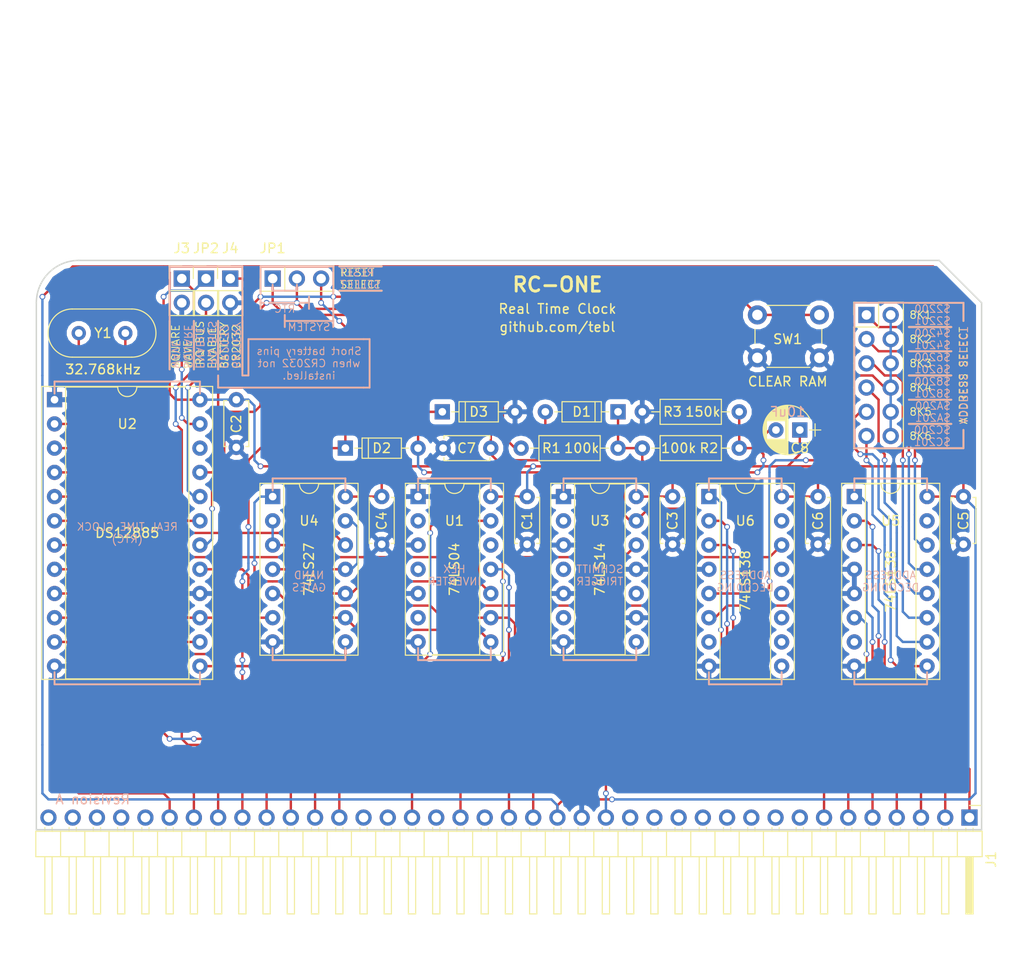
<source format=kicad_pcb>
(kicad_pcb (version 4) (host pcbnew 4.0.7)
  (layers (0 F.Cu signal) (31 B.Cu signal) (34 B.Paste user) (35 F.Paste user) (36 B.SilkS user) (37 F.SilkS user) (38 B.Mask user) (39 F.Mask user) (44 Edge.Cuts user))
  (net 0 "")
  (net 1 GND)
  (net 2 VCC)
  (net 3 /A15)
  (net 4 /A14)
  (net 5 /A13)
  (net 6 /A12)
  (net 7 /A11)
  (net 8 /A10)
  (net 9 /A9)
  (net 10 /A0)
  (net 11 /PHI2)
  (net 12 /D0)
  (net 13 /D1)
  (net 14 /D2)
  (net 15 /D3)
  (net 16 /D4)
  (net 17 /D5)
  (net 18 /D6)
  (net 19 /D7)
  (net 20 /8K6)
  (net 21 /8K5)
  (net 22 /8K4)
  (net 23 /8K3)
  (net 24 /8K2)
  (net 25 /8K1)
  (net 26 "Net-(J2-Pad10)")
  (net 27 /RESET)
  (net 28 "Net-(C7-Pad1)")
  (net 29 "Net-(C8-Pad2)")
  (net 30 "Net-(J3-Pad1)")
  (net 31 /~IRQ)
  (net 32 RTC_R/~W)
  (net 33 "Net-(J4-Pad1)")
  (net 34 RTC_~RST)
  (net 35 RTC_~IRQ)
  (net 36 "Net-(SW1-Pad1)")
  (net 37 "Net-(U1-Pad8)")
  (net 38 "Net-(U1-Pad10)")
  (net 39 "Net-(U1-Pad13)")
  (net 40 RTC_~CS)
  (net 41 "Net-(U2-Pad2)")
  (net 42 RTC_AS)
  (net 43 "Net-(U2-Pad3)")
  (net 44 RTC_DS)
  (net 45 RTC)
  (module Capacitors_THT:C_Disc_D4.7mm_W2.5mm_P5.00mm (layer F.Cu) (at 146.685 113.665 270)
    (fp_text reference C1 (at 2.54 0 270) (layer F.SilkS))
    (fp_text value 100nF)
    (pad 1 thru_hole circle (at 0 0 270) (size 1.6 1.6) (drill 0.8) (layers *.Cu *.Mask) (net 2 VCC))
    (pad 2 thru_hole circle (at 5 0 270) (size 1.6 1.6) (drill 0.8) (layers *.Cu *.Mask) (net 1 GND))
  )
  (module Capacitors_THT:C_Disc_D4.7mm_W2.5mm_P5.00mm (layer F.Cu) (at 116.205 103.505 270)
    (fp_text reference C2 (at 2.54 0 270) (layer F.SilkS))
    (fp_text value 100nF)
    (pad 1 thru_hole circle (at 0 0 270) (size 1.6 1.6) (drill 0.8) (layers *.Cu *.Mask) (net 2 VCC))
    (pad 2 thru_hole circle (at 5 0 270) (size 1.6 1.6) (drill 0.8) (layers *.Cu *.Mask) (net 1 GND))
  )
  (module Capacitors_THT:C_Disc_D4.7mm_W2.5mm_P5.00mm (layer F.Cu) (at 161.925 113.665 270)
    (fp_text reference C3 (at 2.54 0 270) (layer F.SilkS))
    (fp_text value 100nF)
    (pad 1 thru_hole circle (at 0 0 270) (size 1.6 1.6) (drill 0.8) (layers *.Cu *.Mask) (net 2 VCC))
    (pad 2 thru_hole circle (at 5 0 270) (size 1.6 1.6) (drill 0.8) (layers *.Cu *.Mask) (net 1 GND))
  )
  (module Capacitors_THT:C_Disc_D4.7mm_W2.5mm_P5.00mm (layer F.Cu) (at 131.445 113.665 270)
    (fp_text reference C4 (at 2.54 0 270) (layer F.SilkS))
    (fp_text value 100nF)
    (pad 1 thru_hole circle (at 0 0 270) (size 1.6 1.6) (drill 0.8) (layers *.Cu *.Mask) (net 2 VCC))
    (pad 2 thru_hole circle (at 5 0 270) (size 1.6 1.6) (drill 0.8) (layers *.Cu *.Mask) (net 1 GND))
  )
  (module Capacitors_THT:C_Disc_D4.7mm_W2.5mm_P5.00mm (layer F.Cu) (at 192.405 113.665 270)
    (fp_text reference C5 (at 2.54 0 270) (layer F.SilkS))
    (fp_text value 100nF)
    (pad 1 thru_hole circle (at 0 0 270) (size 1.6 1.6) (drill 0.8) (layers *.Cu *.Mask) (net 2 VCC))
    (pad 2 thru_hole circle (at 5 0 270) (size 1.6 1.6) (drill 0.8) (layers *.Cu *.Mask) (net 1 GND))
  )
  (module Capacitors_THT:C_Disc_D4.7mm_W2.5mm_P5.00mm (layer F.Cu) (at 177.165 113.665 270)
    (fp_text reference C6 (at 2.54 0 270) (layer F.SilkS))
    (fp_text value 100nF)
    (pad 1 thru_hole circle (at 0 0 270) (size 1.6 1.6) (drill 0.8) (layers *.Cu *.Mask) (net 2 VCC))
    (pad 2 thru_hole circle (at 5 0 270) (size 1.6 1.6) (drill 0.8) (layers *.Cu *.Mask) (net 1 GND))
  )
  (module Capacitors_THT:C_Disc_D4.7mm_W2.5mm_P5.00mm (layer F.Cu) (at 142.875 108.585 180)
    (fp_text reference C7 (at 2.54 0 180) (layer F.SilkS))
    (fp_text value 100nF)
    (pad 1 thru_hole circle (at 0 0 180) (size 1.6 1.6) (drill 0.8) (layers *.Cu *.Mask) (net 28 "Net-(C7-Pad1)"))
    (pad 2 thru_hole circle (at 5 0 180) (size 1.6 1.6) (drill 0.8) (layers *.Cu *.Mask) (net 1 GND))
  )
  (module Pin_Headers:Pin_Header_Angled_1x39_Pitch2.54mm (layer F.Cu) (at 193.04 147.32 270)
    (fp_text reference J1 (at 4.385 -2.27 270) (layer F.SilkS))
    (fp_text value Expansion)
    (pad 1 thru_hole rect (at 0 0 270) (size 1.7 1.7) (drill 1) (layers *.Cu *.Mask) (net 3 /A15))
    (pad 2 thru_hole oval (at 0 2.54 270) (size 1.7 1.7) (drill 1) (layers *.Cu *.Mask) (net 4 /A14))
    (pad 3 thru_hole oval (at 0 5.08 270) (size 1.7 1.7) (drill 1) (layers *.Cu *.Mask) (net 5 /A13))
    (pad 4 thru_hole oval (at 0 7.62 270) (size 1.7 1.7) (drill 1) (layers *.Cu *.Mask) (net 6 /A12))
    (pad 5 thru_hole oval (at 0 10.16 270) (size 1.7 1.7) (drill 1) (layers *.Cu *.Mask) (net 7 /A11))
    (pad 6 thru_hole oval (at 0 12.7 270) (size 1.7 1.7) (drill 1) (layers *.Cu *.Mask) (net 8 /A10))
    (pad 7 thru_hole oval (at 0 15.24 270) (size 1.7 1.7) (drill 1) (layers *.Cu *.Mask) (net 9 /A9))
    (pad 8 thru_hole oval (at 0 17.78 270) (size 1.7 1.7) (drill 1) (layers *.Cu *.Mask))
    (pad 9 thru_hole oval (at 0 20.32 270) (size 1.7 1.7) (drill 1) (layers *.Cu *.Mask))
    (pad 10 thru_hole oval (at 0 22.86 270) (size 1.7 1.7) (drill 1) (layers *.Cu *.Mask))
    (pad 11 thru_hole oval (at 0 25.4 270) (size 1.7 1.7) (drill 1) (layers *.Cu *.Mask))
    (pad 12 thru_hole oval (at 0 27.94 270) (size 1.7 1.7) (drill 1) (layers *.Cu *.Mask))
    (pad 13 thru_hole oval (at 0 30.48 270) (size 1.7 1.7) (drill 1) (layers *.Cu *.Mask))
    (pad 14 thru_hole oval (at 0 33.02 270) (size 1.7 1.7) (drill 1) (layers *.Cu *.Mask))
    (pad 15 thru_hole oval (at 0 35.56 270) (size 1.7 1.7) (drill 1) (layers *.Cu *.Mask))
    (pad 16 thru_hole oval (at 0 38.1 270) (size 1.7 1.7) (drill 1) (layers *.Cu *.Mask) (net 10 /A0))
    (pad 17 thru_hole oval (at 0 40.64 270) (size 1.7 1.7) (drill 1) (layers *.Cu *.Mask) (net 1 GND))
    (pad 18 thru_hole oval (at 0 43.18 270) (size 1.7 1.7) (drill 1) (layers *.Cu *.Mask) (net 2 VCC))
    (pad 19 thru_hole oval (at 0 45.72 270) (size 1.7 1.7) (drill 1) (layers *.Cu *.Mask) (net 11 /PHI2))
    (pad 20 thru_hole oval (at 0 48.26 270) (size 1.7 1.7) (drill 1) (layers *.Cu *.Mask) (net 27 /RESET))
    (pad 21 thru_hole oval (at 0 50.8 270) (size 1.7 1.7) (drill 1) (layers *.Cu *.Mask))
    (pad 22 thru_hole oval (at 0 53.34 270) (size 1.7 1.7) (drill 1) (layers *.Cu *.Mask) (net 31 /~IRQ))
    (pad 23 thru_hole oval (at 0 55.88 270) (size 1.7 1.7) (drill 1) (layers *.Cu *.Mask))
    (pad 24 thru_hole oval (at 0 58.42 270) (size 1.7 1.7) (drill 1) (layers *.Cu *.Mask) (net 32 RTC_R/~W))
    (pad 25 thru_hole oval (at 0 60.96 270) (size 1.7 1.7) (drill 1) (layers *.Cu *.Mask))
    (pad 26 thru_hole oval (at 0 63.5 270) (size 1.7 1.7) (drill 1) (layers *.Cu *.Mask))
    (pad 27 thru_hole oval (at 0 66.04 270) (size 1.7 1.7) (drill 1) (layers *.Cu *.Mask) (net 12 /D0))
    (pad 28 thru_hole oval (at 0 68.58 270) (size 1.7 1.7) (drill 1) (layers *.Cu *.Mask) (net 13 /D1))
    (pad 29 thru_hole oval (at 0 71.12 270) (size 1.7 1.7) (drill 1) (layers *.Cu *.Mask) (net 14 /D2))
    (pad 30 thru_hole oval (at 0 73.66 270) (size 1.7 1.7) (drill 1) (layers *.Cu *.Mask) (net 15 /D3))
    (pad 31 thru_hole oval (at 0 76.2 270) (size 1.7 1.7) (drill 1) (layers *.Cu *.Mask) (net 16 /D4))
    (pad 32 thru_hole oval (at 0 78.74 270) (size 1.7 1.7) (drill 1) (layers *.Cu *.Mask) (net 17 /D5))
    (pad 33 thru_hole oval (at 0 81.28 270) (size 1.7 1.7) (drill 1) (layers *.Cu *.Mask) (net 18 /D6))
    (pad 34 thru_hole oval (at 0 83.82 270) (size 1.7 1.7) (drill 1) (layers *.Cu *.Mask) (net 19 /D7))
    (pad 35 thru_hole oval (at 0 86.36 270) (size 1.7 1.7) (drill 1) (layers *.Cu *.Mask))
    (pad 36 thru_hole oval (at 0 88.9 270) (size 1.7 1.7) (drill 1) (layers *.Cu *.Mask))
    (pad 37 thru_hole oval (at 0 91.44 270) (size 1.7 1.7) (drill 1) (layers *.Cu *.Mask))
    (pad 38 thru_hole oval (at 0 93.98 270) (size 1.7 1.7) (drill 1) (layers *.Cu *.Mask))
    (pad 39 thru_hole oval (at 0 96.52 270) (size 1.7 1.7) (drill 1) (layers *.Cu *.Mask))
  )
  (module Resistors_THT:R_Axial_DIN0207_L6.3mm_D2.5mm_P10.16mm_Horizontal (layer F.Cu) (at 156.21 108.585 180)
    (fp_text reference R1 (at 6.985 0 180) (layer F.SilkS))
    (fp_text value 100k (at 3.81 0 180) (layer F.SilkS))
    (pad 1 thru_hole circle (at 0 0 180) (size 1.6 1.6) (drill 0.8) (layers *.Cu *.Mask) (net 2 VCC))
    (pad 2 thru_hole oval (at 10.16 0 180) (size 1.6 1.6) (drill 0.8) (layers *.Cu *.Mask) (net 34 RTC_~RST))
  )
  (module Resistors_THT:R_Axial_DIN0207_L6.3mm_D2.5mm_P10.16mm_Horizontal (layer F.Cu) (at 158.75 108.585)
    (fp_text reference R2 (at 6.985 0) (layer F.SilkS))
    (fp_text value 100k (at 3.81 0) (layer F.SilkS))
    (pad 1 thru_hole circle (at 0 0) (size 1.6 1.6) (drill 0.8) (layers *.Cu *.Mask) (net 2 VCC))
    (pad 2 thru_hole oval (at 10.16 0) (size 1.6 1.6) (drill 0.8) (layers *.Cu *.Mask) (net 29 "Net-(C8-Pad2)"))
  )
  (module Resistors_THT:R_Axial_DIN0207_L6.3mm_D2.5mm_P10.16mm_Horizontal (layer F.Cu) (at 168.91 104.775 180)
    (fp_text reference R3 (at 6.985 0 180) (layer F.SilkS))
    (fp_text value 150k (at 3.81 0 180) (layer F.SilkS))
    (pad 1 thru_hole circle (at 0 0 180) (size 1.6 1.6) (drill 0.8) (layers *.Cu *.Mask) (net 29 "Net-(C8-Pad2)"))
    (pad 2 thru_hole oval (at 10.16 0 180) (size 1.6 1.6) (drill 0.8) (layers *.Cu *.Mask) (net 1 GND))
  )
  (module Housings_DIP:DIP-16_W7.62mm_Socket (layer F.Cu) (at 180.975 113.665)
    (fp_text reference U5 (at 3.81 2.54) (layer F.SilkS))
    (fp_text value 74LS138 (at 3.81 8.89 90) (layer F.SilkS))
    (pad 1 thru_hole rect (at 0 0) (size 1.6 1.6) (drill 0.8) (layers *.Cu *.Mask) (net 5 /A13))
    (pad 9 thru_hole oval (at 7.62 17.78) (size 1.6 1.6) (drill 0.8) (layers *.Cu *.Mask) (net 20 /8K6))
    (pad 2 thru_hole oval (at 0 2.54) (size 1.6 1.6) (drill 0.8) (layers *.Cu *.Mask) (net 4 /A14))
    (pad 10 thru_hole oval (at 7.62 15.24) (size 1.6 1.6) (drill 0.8) (layers *.Cu *.Mask) (net 21 /8K5))
    (pad 3 thru_hole oval (at 0 5.08) (size 1.6 1.6) (drill 0.8) (layers *.Cu *.Mask) (net 3 /A15))
    (pad 11 thru_hole oval (at 7.62 12.7) (size 1.6 1.6) (drill 0.8) (layers *.Cu *.Mask) (net 22 /8K4))
    (pad 4 thru_hole oval (at 0 7.62) (size 1.6 1.6) (drill 0.8) (layers *.Cu *.Mask) (net 1 GND))
    (pad 12 thru_hole oval (at 7.62 10.16) (size 1.6 1.6) (drill 0.8) (layers *.Cu *.Mask) (net 23 /8K3))
    (pad 5 thru_hole oval (at 0 10.16) (size 1.6 1.6) (drill 0.8) (layers *.Cu *.Mask) (net 1 GND))
    (pad 13 thru_hole oval (at 7.62 7.62) (size 1.6 1.6) (drill 0.8) (layers *.Cu *.Mask) (net 24 /8K2))
    (pad 6 thru_hole oval (at 0 12.7) (size 1.6 1.6) (drill 0.8) (layers *.Cu *.Mask) (net 6 /A12))
    (pad 14 thru_hole oval (at 7.62 5.08) (size 1.6 1.6) (drill 0.8) (layers *.Cu *.Mask) (net 25 /8K1))
    (pad 7 thru_hole oval (at 0 15.24) (size 1.6 1.6) (drill 0.8) (layers *.Cu *.Mask))
    (pad 15 thru_hole oval (at 7.62 2.54) (size 1.6 1.6) (drill 0.8) (layers *.Cu *.Mask))
    (pad 8 thru_hole oval (at 0 17.78) (size 1.6 1.6) (drill 0.8) (layers *.Cu *.Mask) (net 1 GND))
    (pad 16 thru_hole oval (at 7.62 0) (size 1.6 1.6) (drill 0.8) (layers *.Cu *.Mask) (net 2 VCC))
  )
  (module Housings_DIP:DIP-16_W7.62mm_Socket (layer F.Cu) (at 165.735 113.665)
    (fp_text reference U6 (at 3.81 2.54) (layer F.SilkS))
    (fp_text value 74LS138 (at 3.81 8.89 90) (layer F.SilkS))
    (pad 1 thru_hole rect (at 0 0) (size 1.6 1.6) (drill 0.8) (layers *.Cu *.Mask) (net 9 /A9))
    (pad 9 thru_hole oval (at 7.62 17.78) (size 1.6 1.6) (drill 0.8) (layers *.Cu *.Mask))
    (pad 2 thru_hole oval (at 0 2.54) (size 1.6 1.6) (drill 0.8) (layers *.Cu *.Mask) (net 8 /A10))
    (pad 10 thru_hole oval (at 7.62 15.24) (size 1.6 1.6) (drill 0.8) (layers *.Cu *.Mask))
    (pad 3 thru_hole oval (at 0 5.08) (size 1.6 1.6) (drill 0.8) (layers *.Cu *.Mask) (net 7 /A11))
    (pad 11 thru_hole oval (at 7.62 12.7) (size 1.6 1.6) (drill 0.8) (layers *.Cu *.Mask))
    (pad 4 thru_hole oval (at 0 7.62) (size 1.6 1.6) (drill 0.8) (layers *.Cu *.Mask) (net 1 GND))
    (pad 12 thru_hole oval (at 7.62 10.16) (size 1.6 1.6) (drill 0.8) (layers *.Cu *.Mask))
    (pad 5 thru_hole oval (at 0 10.16) (size 1.6 1.6) (drill 0.8) (layers *.Cu *.Mask) (net 26 "Net-(J2-Pad10)"))
    (pad 13 thru_hole oval (at 7.62 7.62) (size 1.6 1.6) (drill 0.8) (layers *.Cu *.Mask))
    (pad 6 thru_hole oval (at 0 12.7) (size 1.6 1.6) (drill 0.8) (layers *.Cu *.Mask) (net 2 VCC))
    (pad 14 thru_hole oval (at 7.62 5.08) (size 1.6 1.6) (drill 0.8) (layers *.Cu *.Mask) (net 45 RTC))
    (pad 7 thru_hole oval (at 0 15.24) (size 1.6 1.6) (drill 0.8) (layers *.Cu *.Mask))
    (pad 15 thru_hole oval (at 7.62 2.54) (size 1.6 1.6) (drill 0.8) (layers *.Cu *.Mask))
    (pad 8 thru_hole oval (at 0 17.78) (size 1.6 1.6) (drill 0.8) (layers *.Cu *.Mask) (net 1 GND))
    (pad 16 thru_hole oval (at 7.62 0) (size 1.6 1.6) (drill 0.8) (layers *.Cu *.Mask) (net 2 VCC))
  )
  (module Pin_Headers:Pin_Header_Straight_2x06_Pitch2.54mm (layer F.Cu) (at 182.245 94.615)
    (fp_text reference J2 hide)
    (fp_text value ADDRESS)
    (pad 1 thru_hole rect (at 0 0) (size 1.7 1.7) (drill 1) (layers *.Cu *.Mask) (net 25 /8K1))
    (pad 2 thru_hole oval (at 2.54 0) (size 1.7 1.7) (drill 1) (layers *.Cu *.Mask) (net 26 "Net-(J2-Pad10)"))
    (pad 3 thru_hole oval (at 0 2.54) (size 1.7 1.7) (drill 1) (layers *.Cu *.Mask) (net 24 /8K2))
    (pad 4 thru_hole oval (at 2.54 2.54) (size 1.7 1.7) (drill 1) (layers *.Cu *.Mask) (net 26 "Net-(J2-Pad10)"))
    (pad 5 thru_hole oval (at 0 5.08) (size 1.7 1.7) (drill 1) (layers *.Cu *.Mask) (net 23 /8K3))
    (pad 6 thru_hole oval (at 2.54 5.08) (size 1.7 1.7) (drill 1) (layers *.Cu *.Mask) (net 26 "Net-(J2-Pad10)"))
    (pad 7 thru_hole oval (at 0 7.62) (size 1.7 1.7) (drill 1) (layers *.Cu *.Mask) (net 22 /8K4))
    (pad 8 thru_hole oval (at 2.54 7.62) (size 1.7 1.7) (drill 1) (layers *.Cu *.Mask) (net 26 "Net-(J2-Pad10)"))
    (pad 9 thru_hole oval (at 0 10.16) (size 1.7 1.7) (drill 1) (layers *.Cu *.Mask) (net 21 /8K5))
    (pad 10 thru_hole oval (at 2.54 10.16) (size 1.7 1.7) (drill 1) (layers *.Cu *.Mask) (net 26 "Net-(J2-Pad10)"))
    (pad 11 thru_hole oval (at 0 12.7) (size 1.7 1.7) (drill 1) (layers *.Cu *.Mask) (net 20 /8K6))
    (pad 12 thru_hole oval (at 2.54 12.7) (size 1.7 1.7) (drill 1) (layers *.Cu *.Mask) (net 26 "Net-(J2-Pad10)"))
  )
  (module Capacitors_THT:CP_Radial_D5.0mm_P2.50mm (layer F.Cu) (at 175.26 106.68 180)
    (fp_text reference C8 (at 0 -1.905 180) (layer F.SilkS))
    (fp_text value 10uF (at 1.27 1.905 180) (layer B.SilkS) (effects (justify mirror)))
    (pad 1 thru_hole rect (at 0 0 180) (size 1.6 1.6) (drill 0.8) (layers *.Cu *.Mask) (net 2 VCC))
    (pad 2 thru_hole circle (at 2.5 0 180) (size 1.6 1.6) (drill 0.8) (layers *.Cu *.Mask) (net 29 "Net-(C8-Pad2)"))
  )
  (module Diodes_THT:D_DO-35_SOD27_P7.62mm_Horizontal (layer F.Cu) (at 156.21 104.775 180)
    (fp_text reference D1 (at 3.81 0 180) (layer F.SilkS))
    (fp_text value 1n4148)
    (pad 1 thru_hole rect (at 0 0 180) (size 1.6 1.6) (drill 0.8) (layers *.Cu *.Mask) (net 2 VCC))
    (pad 2 thru_hole oval (at 7.62 0 180) (size 1.6 1.6) (drill 0.8) (layers *.Cu *.Mask) (net 28 "Net-(C7-Pad1)"))
  )
  (module Diodes_THT:D_DO-35_SOD27_P7.62mm_Horizontal (layer F.Cu) (at 127.635 108.585)
    (fp_text reference D2 (at 3.81 0) (layer F.SilkS))
    (fp_text value 1n4148)
    (pad 1 thru_hole rect (at 0 0) (size 1.6 1.6) (drill 0.8) (layers *.Cu *.Mask) (net 27 /RESET))
    (pad 2 thru_hole oval (at 7.62 0) (size 1.6 1.6) (drill 0.8) (layers *.Cu *.Mask) (net 29 "Net-(C8-Pad2)"))
  )
  (module Diodes_THT:D_DO-35_SOD27_P7.62mm_Horizontal (layer F.Cu) (at 137.795 104.775)
    (fp_text reference D3 (at 3.81 0) (layer F.SilkS))
    (fp_text value 1n4148)
    (pad 1 thru_hole rect (at 0 0) (size 1.6 1.6) (drill 0.8) (layers *.Cu *.Mask) (net 29 "Net-(C8-Pad2)"))
    (pad 2 thru_hole oval (at 7.62 0) (size 1.6 1.6) (drill 0.8) (layers *.Cu *.Mask) (net 1 GND))
  )
  (module Pin_Headers:Pin_Header_Straight_1x02_Pitch2.54mm (layer F.Cu) (at 110.49 90.805)
    (fp_text reference J3 (at 0 -3.175) (layer F.SilkS))
    (fp_text value SQW)
    (pad 1 thru_hole rect (at 0 0) (size 1.7 1.7) (drill 1) (layers *.Cu *.Mask) (net 30 "Net-(J3-Pad1)"))
    (pad 2 thru_hole oval (at 0 2.54) (size 1.7 1.7) (drill 1) (layers *.Cu *.Mask) (net 1 GND))
  )
  (module Pin_Headers:Pin_Header_Straight_1x02_Pitch2.54mm (layer F.Cu) (at 115.57 90.805)
    (fp_text reference J4 (at 0 -3.175) (layer F.SilkS))
    (fp_text value Battery)
    (pad 1 thru_hole rect (at 0 0) (size 1.7 1.7) (drill 1) (layers *.Cu *.Mask) (net 33 "Net-(J4-Pad1)"))
    (pad 2 thru_hole oval (at 0 2.54) (size 1.7 1.7) (drill 1) (layers *.Cu *.Mask) (net 1 GND))
  )
  (module Pin_Headers:Pin_Header_Straight_1x03_Pitch2.54mm (layer F.Cu) (at 120.015 90.805 90)
    (fp_text reference JP1 (at 3.175 0 180) (layer F.SilkS))
    (fp_text value RES_SEL)
    (pad 1 thru_hole rect (at 0 0 90) (size 1.7 1.7) (drill 1) (layers *.Cu *.Mask) (net 28 "Net-(C7-Pad1)"))
    (pad 2 thru_hole oval (at 0 2.54 90) (size 1.7 1.7) (drill 1) (layers *.Cu *.Mask) (net 34 RTC_~RST))
    (pad 3 thru_hole oval (at 0 5.08 90) (size 1.7 1.7) (drill 1) (layers *.Cu *.Mask) (net 27 /RESET))
  )
  (module Pin_Headers:Pin_Header_Straight_1x02_Pitch2.54mm (layer F.Cu) (at 113.03 90.805)
    (fp_text reference JP2 (at 0 -3.175) (layer F.SilkS))
    (fp_text value IRQ_EN)
    (pad 1 thru_hole rect (at 0 0) (size 1.7 1.7) (drill 1) (layers *.Cu *.Mask) (net 31 /~IRQ))
    (pad 2 thru_hole oval (at 0 2.54) (size 1.7 1.7) (drill 1) (layers *.Cu *.Mask) (net 35 RTC_~IRQ))
  )
  (module Buttons_Switches_THT:SW_PUSH_6mm (layer F.Cu) (at 170.815 94.615)
    (fp_text reference SW1 (at 3.175 2.54) (layer F.SilkS))
    (fp_text value RAM_CLR)
    (pad 2 thru_hole circle (at 0 4.5 90) (size 2 2) (drill 1.1) (layers *.Cu *.Mask) (net 1 GND))
    (pad 1 thru_hole circle (at 0 0 90) (size 2 2) (drill 1.1) (layers *.Cu *.Mask) (net 36 "Net-(SW1-Pad1)"))
    (pad 2 thru_hole circle (at 6.5 4.5 90) (size 2 2) (drill 1.1) (layers *.Cu *.Mask) (net 1 GND))
    (pad 1 thru_hole circle (at 6.5 0 90) (size 2 2) (drill 1.1) (layers *.Cu *.Mask) (net 36 "Net-(SW1-Pad1)"))
  )
  (module Housings_DIP:DIP-14_W7.62mm_Socket (layer F.Cu) (at 135.255 113.665)
    (fp_text reference U1 (at 3.81 2.54) (layer F.SilkS))
    (fp_text value 74LS04 (at 3.81 7.62 90) (layer F.SilkS))
    (pad 1 thru_hole rect (at 0 0) (size 1.6 1.6) (drill 0.8) (layers *.Cu *.Mask) (net 1 GND))
    (pad 8 thru_hole oval (at 7.62 15.24) (size 1.6 1.6) (drill 0.8) (layers *.Cu *.Mask) (net 37 "Net-(U1-Pad8)"))
    (pad 2 thru_hole oval (at 0 2.54) (size 1.6 1.6) (drill 0.8) (layers *.Cu *.Mask))
    (pad 9 thru_hole oval (at 7.62 12.7) (size 1.6 1.6) (drill 0.8) (layers *.Cu *.Mask) (net 10 /A0))
    (pad 3 thru_hole oval (at 0 5.08) (size 1.6 1.6) (drill 0.8) (layers *.Cu *.Mask) (net 1 GND))
    (pad 10 thru_hole oval (at 7.62 10.16) (size 1.6 1.6) (drill 0.8) (layers *.Cu *.Mask) (net 38 "Net-(U1-Pad10)"))
    (pad 4 thru_hole oval (at 0 7.62) (size 1.6 1.6) (drill 0.8) (layers *.Cu *.Mask))
    (pad 11 thru_hole oval (at 7.62 7.62) (size 1.6 1.6) (drill 0.8) (layers *.Cu *.Mask) (net 11 /PHI2))
    (pad 5 thru_hole oval (at 0 10.16) (size 1.6 1.6) (drill 0.8) (layers *.Cu *.Mask) (net 1 GND))
    (pad 12 thru_hole oval (at 7.62 5.08) (size 1.6 1.6) (drill 0.8) (layers *.Cu *.Mask))
    (pad 6 thru_hole oval (at 0 12.7) (size 1.6 1.6) (drill 0.8) (layers *.Cu *.Mask))
    (pad 13 thru_hole oval (at 7.62 2.54) (size 1.6 1.6) (drill 0.8) (layers *.Cu *.Mask) (net 39 "Net-(U1-Pad13)"))
    (pad 7 thru_hole oval (at 0 15.24) (size 1.6 1.6) (drill 0.8) (layers *.Cu *.Mask) (net 1 GND))
    (pad 14 thru_hole oval (at 7.62 0) (size 1.6 1.6) (drill 0.8) (layers *.Cu *.Mask) (net 2 VCC))
  )
  (module Housings_DIP:DIP-24_W15.24mm_Socket (layer F.Cu) (at 97.155 103.505)
    (fp_text reference U2 (at 7.62 2.54) (layer F.SilkS))
    (fp_text value DS12885 (at 7.62 13.97) (layer F.SilkS))
    (pad 1 thru_hole rect (at 0 0) (size 1.6 1.6) (drill 0.8) (layers *.Cu *.Mask) (net 1 GND))
    (pad 13 thru_hole oval (at 15.24 27.94) (size 1.6 1.6) (drill 0.8) (layers *.Cu *.Mask) (net 40 RTC_~CS))
    (pad 2 thru_hole oval (at 0 2.54) (size 1.6 1.6) (drill 0.8) (layers *.Cu *.Mask) (net 41 "Net-(U2-Pad2)"))
    (pad 14 thru_hole oval (at 15.24 25.4) (size 1.6 1.6) (drill 0.8) (layers *.Cu *.Mask) (net 42 RTC_AS))
    (pad 3 thru_hole oval (at 0 5.08) (size 1.6 1.6) (drill 0.8) (layers *.Cu *.Mask) (net 43 "Net-(U2-Pad3)"))
    (pad 15 thru_hole oval (at 15.24 22.86) (size 1.6 1.6) (drill 0.8) (layers *.Cu *.Mask) (net 32 RTC_R/~W))
    (pad 4 thru_hole oval (at 0 7.62) (size 1.6 1.6) (drill 0.8) (layers *.Cu *.Mask) (net 12 /D0))
    (pad 16 thru_hole oval (at 15.24 20.32) (size 1.6 1.6) (drill 0.8) (layers *.Cu *.Mask) (net 1 GND))
    (pad 5 thru_hole oval (at 0 10.16) (size 1.6 1.6) (drill 0.8) (layers *.Cu *.Mask) (net 13 /D1))
    (pad 17 thru_hole oval (at 15.24 17.78) (size 1.6 1.6) (drill 0.8) (layers *.Cu *.Mask) (net 44 RTC_DS))
    (pad 6 thru_hole oval (at 0 12.7) (size 1.6 1.6) (drill 0.8) (layers *.Cu *.Mask) (net 14 /D2))
    (pad 18 thru_hole oval (at 15.24 15.24) (size 1.6 1.6) (drill 0.8) (layers *.Cu *.Mask) (net 34 RTC_~RST))
    (pad 7 thru_hole oval (at 0 15.24) (size 1.6 1.6) (drill 0.8) (layers *.Cu *.Mask) (net 15 /D3))
    (pad 19 thru_hole oval (at 15.24 12.7) (size 1.6 1.6) (drill 0.8) (layers *.Cu *.Mask) (net 35 RTC_~IRQ))
    (pad 8 thru_hole oval (at 0 17.78) (size 1.6 1.6) (drill 0.8) (layers *.Cu *.Mask) (net 16 /D4))
    (pad 20 thru_hole oval (at 15.24 10.16) (size 1.6 1.6) (drill 0.8) (layers *.Cu *.Mask) (net 33 "Net-(J4-Pad1)"))
    (pad 9 thru_hole oval (at 0 20.32) (size 1.6 1.6) (drill 0.8) (layers *.Cu *.Mask) (net 17 /D5))
    (pad 21 thru_hole oval (at 15.24 7.62) (size 1.6 1.6) (drill 0.8) (layers *.Cu *.Mask) (net 36 "Net-(SW1-Pad1)"))
    (pad 10 thru_hole oval (at 0 22.86) (size 1.6 1.6) (drill 0.8) (layers *.Cu *.Mask) (net 18 /D6))
    (pad 22 thru_hole oval (at 15.24 5.08) (size 1.6 1.6) (drill 0.8) (layers *.Cu *.Mask))
    (pad 11 thru_hole oval (at 0 25.4) (size 1.6 1.6) (drill 0.8) (layers *.Cu *.Mask) (net 19 /D7))
    (pad 23 thru_hole oval (at 15.24 2.54) (size 1.6 1.6) (drill 0.8) (layers *.Cu *.Mask) (net 30 "Net-(J3-Pad1)"))
    (pad 12 thru_hole oval (at 0 27.94) (size 1.6 1.6) (drill 0.8) (layers *.Cu *.Mask) (net 1 GND))
    (pad 24 thru_hole oval (at 15.24 0) (size 1.6 1.6) (drill 0.8) (layers *.Cu *.Mask) (net 2 VCC))
  )
  (module Housings_DIP:DIP-14_W7.62mm_Socket (layer F.Cu) (at 150.495 113.665)
    (fp_text reference U3 (at 3.81 2.54) (layer F.SilkS))
    (fp_text value 74LS14 (at 3.81 7.62 90) (layer F.SilkS))
    (pad 1 thru_hole rect (at 0 0) (size 1.6 1.6) (drill 0.8) (layers *.Cu *.Mask) (net 1 GND))
    (pad 8 thru_hole oval (at 7.62 15.24) (size 1.6 1.6) (drill 0.8) (layers *.Cu *.Mask))
    (pad 2 thru_hole oval (at 0 2.54) (size 1.6 1.6) (drill 0.8) (layers *.Cu *.Mask))
    (pad 9 thru_hole oval (at 7.62 12.7) (size 1.6 1.6) (drill 0.8) (layers *.Cu *.Mask) (net 1 GND))
    (pad 3 thru_hole oval (at 0 5.08) (size 1.6 1.6) (drill 0.8) (layers *.Cu *.Mask) (net 1 GND))
    (pad 10 thru_hole oval (at 7.62 10.16) (size 1.6 1.6) (drill 0.8) (layers *.Cu *.Mask))
    (pad 4 thru_hole oval (at 0 7.62) (size 1.6 1.6) (drill 0.8) (layers *.Cu *.Mask))
    (pad 11 thru_hole oval (at 7.62 7.62) (size 1.6 1.6) (drill 0.8) (layers *.Cu *.Mask) (net 1 GND))
    (pad 5 thru_hole oval (at 0 10.16) (size 1.6 1.6) (drill 0.8) (layers *.Cu *.Mask) (net 1 GND))
    (pad 12 thru_hole oval (at 7.62 5.08) (size 1.6 1.6) (drill 0.8) (layers *.Cu *.Mask) (net 40 RTC_~CS))
    (pad 6 thru_hole oval (at 0 12.7) (size 1.6 1.6) (drill 0.8) (layers *.Cu *.Mask))
    (pad 13 thru_hole oval (at 7.62 2.54) (size 1.6 1.6) (drill 0.8) (layers *.Cu *.Mask) (net 29 "Net-(C8-Pad2)"))
    (pad 7 thru_hole oval (at 0 15.24) (size 1.6 1.6) (drill 0.8) (layers *.Cu *.Mask) (net 1 GND))
    (pad 14 thru_hole oval (at 7.62 0) (size 1.6 1.6) (drill 0.8) (layers *.Cu *.Mask) (net 2 VCC))
  )
  (module Housings_DIP:DIP-14_W7.62mm_Socket (layer F.Cu) (at 120.015 113.665)
    (fp_text reference U4 (at 3.81 2.54) (layer F.SilkS))
    (fp_text value 74LS27 (at 3.81 7.62 90) (layer F.SilkS))
    (pad 1 thru_hole rect (at 0 0) (size 1.6 1.6) (drill 0.8) (layers *.Cu *.Mask) (net 10 /A0))
    (pad 8 thru_hole oval (at 7.62 15.24) (size 1.6 1.6) (drill 0.8) (layers *.Cu *.Mask) (net 39 "Net-(U1-Pad13)"))
    (pad 2 thru_hole oval (at 0 2.54) (size 1.6 1.6) (drill 0.8) (layers *.Cu *.Mask) (net 38 "Net-(U1-Pad10)"))
    (pad 9 thru_hole oval (at 7.62 12.7) (size 1.6 1.6) (drill 0.8) (layers *.Cu *.Mask) (net 37 "Net-(U1-Pad8)"))
    (pad 3 thru_hole oval (at 0 5.08) (size 1.6 1.6) (drill 0.8) (layers *.Cu *.Mask) (net 38 "Net-(U1-Pad10)"))
    (pad 10 thru_hole oval (at 7.62 10.16) (size 1.6 1.6) (drill 0.8) (layers *.Cu *.Mask) (net 45 RTC))
    (pad 4 thru_hole oval (at 0 7.62) (size 1.6 1.6) (drill 0.8) (layers *.Cu *.Mask) (net 45 RTC))
    (pad 11 thru_hole oval (at 7.62 7.62) (size 1.6 1.6) (drill 0.8) (layers *.Cu *.Mask) (net 32 RTC_R/~W))
    (pad 5 thru_hole oval (at 0 10.16) (size 1.6 1.6) (drill 0.8) (layers *.Cu *.Mask) (net 37 "Net-(U1-Pad8)"))
    (pad 12 thru_hole oval (at 7.62 5.08) (size 1.6 1.6) (drill 0.8) (layers *.Cu *.Mask) (net 42 RTC_AS))
    (pad 6 thru_hole oval (at 0 12.7) (size 1.6 1.6) (drill 0.8) (layers *.Cu *.Mask) (net 44 RTC_DS))
    (pad 13 thru_hole oval (at 7.62 2.54) (size 1.6 1.6) (drill 0.8) (layers *.Cu *.Mask) (net 32 RTC_R/~W))
    (pad 7 thru_hole oval (at 0 15.24) (size 1.6 1.6) (drill 0.8) (layers *.Cu *.Mask) (net 1 GND))
    (pad 14 thru_hole oval (at 7.62 0) (size 1.6 1.6) (drill 0.8) (layers *.Cu *.Mask) (net 2 VCC))
  )
  (module Crystals:Crystal_HC49-U_Vertical (layer F.Cu) (at 99.695 96.52)
    (fp_text reference Y1 (at 2.54 0) (layer F.SilkS))
    (fp_text value 32.768kHz (at 2.54 3.81) (layer F.SilkS))
    (pad 1 thru_hole circle (at 0 0) (size 1.5 1.5) (drill 0.8) (layers *.Cu *.Mask) (net 41 "Net-(U2-Pad2)"))
    (pad 2 thru_hole circle (at 4.88 0) (size 1.5 1.5) (drill 0.8) (layers *.Cu *.Mask) (net 43 "Net-(U2-Pad3)"))
  )
  (gr_text "CLEAR RAM" (at 173.99 101.6) (layer F.SilkS) (effects (font (size 1 1))))
  (gr_line (start 130.175 97.155) (end 129.54 97.155) (angle 90) (layer B.SilkS) (width 0.2))
  (gr_line (start 130.175 102.235) (end 130.175 97.155) (angle 90) (layer B.SilkS) (width 0.2))
  (gr_line (start 129.54 102.235) (end 130.175 102.235) (angle 90) (layer B.SilkS) (width 0.2))
  (gr_line (start 117.475 97.155) (end 129.54 97.155) (angle 90) (layer B.SilkS) (width 0.2))
  (gr_line (start 114.3 102.235) (end 129.54 102.235) (angle 90) (layer B.SilkS) (width 0.2))
  (gr_line (start 114.3 101.6) (end 114.3 102.235) (angle 90) (layer B.SilkS) (width 0.2))
  (gr_line (start 117.475 100.965) (end 117.475 97.155) (angle 90) (layer B.SilkS) (width 0.2))
  (gr_line (start 116.84 100.965) (end 117.475 100.965) (angle 90) (layer B.SilkS) (width 0.2))
  (gr_line (start 116.84 100.33) (end 116.84 100.965) (angle 90) (layer B.SilkS) (width 0.2))
  (gr_line (start 114.3 100.965) (end 114.3 101.6) (angle 90) (layer B.SilkS) (width 0.2))
  (gr_text "Short battery pins\nwhen CR2032 not\ninstalled." (at 123.825 99.695) (layer B.SilkS) (effects (font (size 0.8 0.8) (thickness 0.1)) (justify mirror)))
  (gr_line (start 122.555 92.075) (end 122.555 91.44) (angle 90) (layer B.SilkS) (width 0.2))
  (gr_line (start 120.015 92.075) (end 122.555 92.075) (angle 90) (layer B.SilkS) (width 0.2))
  (gr_line (start 120.015 91.44) (end 120.015 92.075) (angle 90) (layer B.SilkS) (width 0.2))
  (gr_text $C201 (at 191.135 107.95) (layer B.SilkS) (effects (font (size 0.8 0.8) (thickness 0.1)) (justify left mirror)))
  (gr_text $A201 (at 191.135 105.41) (layer B.SilkS) (effects (font (size 0.8 0.8) (thickness 0.1)) (justify left mirror)))
  (gr_text $8201 (at 191.135 102.87) (layer B.SilkS) (effects (font (size 0.8 0.8) (thickness 0.1)) (justify left mirror)))
  (gr_text $6201 (at 191.135 100.33) (layer B.SilkS) (effects (font (size 0.8 0.8) (thickness 0.1)) (justify left mirror)))
  (gr_text $4201 (at 191.135 97.79) (layer B.SilkS) (effects (font (size 0.8 0.8) (thickness 0.1)) (justify left mirror)))
  (gr_line (start 192.405 95.25) (end 192.405 93.98) (angle 90) (layer F.SilkS) (width 0.2))
  (gr_line (start 192.405 107.95) (end 192.405 106.68) (angle 90) (layer F.SilkS) (width 0.2))
  (gr_line (start 192.405 107.95) (end 192.405 106.68) (angle 90) (layer B.SilkS) (width 0.2))
  (gr_line (start 192.405 93.98) (end 192.405 95.25) (angle 90) (layer B.SilkS) (width 0.2))
  (gr_text "REAL TIME CLOCK\n(RTC)" (at 104.775 117.475) (layer B.SilkS) (effects (font (size 0.8 0.8) (thickness 0.1)) (justify mirror)))
  (gr_line (start 112.395 133.35) (end 112.395 132.08) (angle 90) (layer B.SilkS) (width 0.2))
  (gr_line (start 97.155 133.35) (end 112.395 133.35) (angle 90) (layer B.SilkS) (width 0.2))
  (gr_line (start 97.155 132.08) (end 97.155 133.35) (angle 90) (layer B.SilkS) (width 0.2))
  (gr_line (start 97.155 101.6) (end 97.155 102.87) (angle 90) (layer B.SilkS) (width 0.2))
  (gr_line (start 112.395 101.6) (end 97.155 101.6) (angle 90) (layer B.SilkS) (width 0.2))
  (gr_line (start 112.395 102.87) (end 112.395 101.6) (angle 90) (layer B.SilkS) (width 0.2))
  (gr_line (start 188.595 133.35) (end 188.595 132.08) (angle 90) (layer B.SilkS) (width 0.2))
  (gr_line (start 180.975 133.35) (end 188.595 133.35) (angle 90) (layer B.SilkS) (width 0.2))
  (gr_line (start 180.975 132.08) (end 180.975 133.35) (angle 90) (layer B.SilkS) (width 0.2))
  (gr_line (start 173.355 133.35) (end 173.355 132.08) (angle 90) (layer B.SilkS) (width 0.2))
  (gr_line (start 165.735 133.35) (end 173.355 133.35) (angle 90) (layer B.SilkS) (width 0.2))
  (gr_line (start 165.735 132.08) (end 165.735 133.35) (angle 90) (layer B.SilkS) (width 0.2))
  (gr_line (start 158.115 130.81) (end 158.115 129.54) (angle 90) (layer B.SilkS) (width 0.2))
  (gr_line (start 150.495 130.81) (end 158.115 130.81) (angle 90) (layer B.SilkS) (width 0.2))
  (gr_line (start 150.495 129.54) (end 150.495 130.81) (angle 90) (layer B.SilkS) (width 0.2))
  (gr_line (start 142.875 130.81) (end 142.875 129.54) (angle 90) (layer B.SilkS) (width 0.2))
  (gr_line (start 135.255 130.81) (end 142.875 130.81) (angle 90) (layer B.SilkS) (width 0.2))
  (gr_line (start 135.255 129.54) (end 135.255 130.81) (angle 90) (layer B.SilkS) (width 0.2))
  (gr_line (start 127.635 130.81) (end 127.635 129.54) (angle 90) (layer B.SilkS) (width 0.2))
  (gr_line (start 120.015 130.81) (end 127.635 130.81) (angle 90) (layer B.SilkS) (width 0.2))
  (gr_line (start 120.015 129.54) (end 120.015 130.81) (angle 90) (layer B.SilkS) (width 0.2))
  (gr_line (start 127.635 111.76) (end 127.635 113.03) (angle 90) (layer B.SilkS) (width 0.2))
  (gr_line (start 120.015 111.76) (end 127.635 111.76) (angle 90) (layer B.SilkS) (width 0.2))
  (gr_line (start 120.015 113.03) (end 120.015 111.76) (angle 90) (layer B.SilkS) (width 0.2))
  (gr_line (start 142.875 111.76) (end 142.875 113.03) (angle 90) (layer B.SilkS) (width 0.2))
  (gr_line (start 135.255 111.76) (end 142.875 111.76) (angle 90) (layer B.SilkS) (width 0.2))
  (gr_line (start 135.255 113.03) (end 135.255 111.76) (angle 90) (layer B.SilkS) (width 0.2))
  (gr_line (start 150.495 111.76) (end 150.495 113.03) (angle 90) (layer B.SilkS) (width 0.2))
  (gr_line (start 158.115 111.76) (end 150.495 111.76) (angle 90) (layer B.SilkS) (width 0.2))
  (gr_line (start 158.115 113.03) (end 158.115 111.76) (angle 90) (layer B.SilkS) (width 0.2))
  (gr_line (start 173.355 111.76) (end 173.355 113.03) (angle 90) (layer B.SilkS) (width 0.2))
  (gr_line (start 165.735 111.76) (end 173.355 111.76) (angle 90) (layer B.SilkS) (width 0.2))
  (gr_line (start 165.735 113.03) (end 165.735 111.76) (angle 90) (layer B.SilkS) (width 0.2))
  (gr_text "NAND\nGATES" (at 123.825 122.555) (layer B.SilkS) (effects (font (size 0.8 0.8) (thickness 0.1)) (justify mirror)))
  (gr_text "SCHMITT\nTRIGGER" (at 154.305 121.92) (layer B.SilkS) (effects (font (size 0.8 0.8) (thickness 0.1)) (justify mirror)))
  (gr_text "HEX\nINVERTER" (at 139.065 121.92) (layer B.SilkS) (effects (font (size 0.8 0.8) (thickness 0.1)) (justify mirror)))
  (gr_text CR2032 (at 114.935 100.33 270) (layer B.SilkS) (effects (font (size 0.8 0.8) (thickness 0.1)) (justify left mirror)))
  (gr_text BATTERY (at 116.205 100.33 270) (layer B.SilkS) (effects (font (size 0.8 0.8) (thickness 0.1)) (justify left mirror)))
  (gr_text ENABLE (at 112.395 100.33 270) (layer B.SilkS) (effects (font (size 0.8 0.8) (thickness 0.1)) (justify left mirror)))
  (gr_text "IRQ BUS" (at 113.665 100.33 270) (layer B.SilkS) (effects (font (size 0.8 0.8) (thickness 0.1)) (justify left mirror)))
  (gr_text WAVE (at 109.855 100.33 270) (layer B.SilkS) (effects (font (size 0.8 0.8) (thickness 0.1)) (justify left mirror)))
  (gr_text SQUARE (at 111.125 100.33 270) (layer B.SilkS) (effects (font (size 0.8 0.8) (thickness 0.1)) (justify left mirror)))
  (gr_line (start 118.745 89.535) (end 126.365 89.535) (angle 90) (layer B.SilkS) (width 0.2))
  (gr_line (start 131.445 92.075) (end 127 92.075) (angle 90) (layer B.SilkS) (width 0.2))
  (gr_line (start 127 89.535) (end 131.445 89.535) (angle 90) (layer B.SilkS) (width 0.2))
  (gr_line (start 126.365 92.075) (end 126.365 89.535) (angle 90) (layer B.SilkS) (width 0.2))
  (gr_line (start 126.365 94.615) (end 126.365 92.075) (angle 90) (layer B.SilkS) (width 0.2))
  (gr_line (start 118.745 92.71) (end 118.745 92.075) (angle 90) (layer B.SilkS) (width 0.2))
  (gr_text RTC (at 121.285 93.98) (layer B.SilkS) (effects (font (size 0.8 0.8) (thickness 0.1)) (justify mirror)))
  (gr_text SYSTEM (at 123.825 95.885) (layer B.SilkS) (effects (font (size 0.8 0.8) (thickness 0.1)) (justify mirror)))
  (gr_text SELECT (at 127 91.44) (layer B.SilkS) (effects (font (size 0.8 0.8) (thickness 0.1)) (justify right mirror)))
  (gr_text RESET (at 127 90.17) (layer B.SilkS) (effects (font (size 0.8 0.8) (thickness 0.1)) (justify right mirror)))
  (gr_text SELECT (at 127 91.44) (layer F.SilkS) (effects (font (size 0.8 0.8) (thickness 0.1)) (justify left)))
  (gr_text RESET (at 127 90.17) (layer F.SilkS) (effects (font (size 0.8 0.8) (thickness 0.1)) (justify left)))
  (gr_line (start 131.445 92.075) (end 127 92.075) (angle 90) (layer F.SilkS) (width 0.2))
  (gr_line (start 131.445 89.535) (end 127 89.535) (angle 90) (layer F.SilkS) (width 0.2))
  (gr_line (start 118.745 89.535) (end 126.365 89.535) (angle 90) (layer B.SilkS) (width 0.2))
  (gr_line (start 118.745 92.075) (end 118.745 89.535) (angle 90) (layer B.SilkS) (width 0.2))
  (gr_line (start 126.365 94.615) (end 126.365 95.885) (angle 90) (layer B.SilkS) (width 0.2))
  (gr_line (start 121.285 95.25) (end 126.365 95.25) (angle 90) (layer B.SilkS) (width 0.2))
  (gr_line (start 121.285 94.615) (end 121.285 95.885) (angle 90) (layer B.SilkS) (width 0.2))
  (gr_line (start 123.825 92.71) (end 123.825 93.98) (angle 90) (layer B.SilkS) (width 0.2))
  (gr_line (start 118.745 93.345) (end 123.825 93.345) (angle 90) (layer B.SilkS) (width 0.2))
  (gr_line (start 118.745 92.71) (end 118.745 93.98) (angle 90) (layer B.SilkS) (width 0.2))
  (gr_line (start 116.84 89.535) (end 116.84 95.25) (angle 90) (layer B.SilkS) (width 0.2))
  (gr_line (start 109.22 89.535) (end 116.84 89.535) (angle 90) (layer B.SilkS) (width 0.2))
  (gr_line (start 109.22 95.25) (end 109.22 89.535) (angle 90) (layer B.SilkS) (width 0.2))
  (gr_line (start 116.84 100.33) (end 116.84 95.25) (angle 90) (layer B.SilkS) (width 0.2))
  (gr_line (start 114.3 95.25) (end 114.3 100.33) (angle 90) (layer B.SilkS) (width 0.2))
  (gr_line (start 111.76 100.33) (end 111.76 95.25) (angle 90) (layer B.SilkS) (width 0.2))
  (gr_line (start 109.22 95.25) (end 109.22 100.33) (angle 90) (layer B.SilkS) (width 0.2))
  (gr_text CR2032 (at 116.205 100.33 90) (layer F.SilkS) (effects (font (size 0.8 0.8) (thickness 0.1)) (justify left)))
  (gr_text BATTERY (at 114.935 100.33 90) (layer F.SilkS) (effects (font (size 0.8 0.8) (thickness 0.1)) (justify left)))
  (gr_text ENABLE (at 113.665 100.33 90) (layer F.SilkS) (effects (font (size 0.8 0.8) (thickness 0.1)) (justify left)))
  (gr_text "IRQ BUS" (at 112.395 100.33 90) (layer F.SilkS) (effects (font (size 0.8 0.8) (thickness 0.1)) (justify left)))
  (gr_text WAVE (at 111.125 100.33 90) (layer F.SilkS) (effects (font (size 0.8 0.8) (thickness 0.1)) (justify left)))
  (gr_text SQUARE (at 109.855 100.33 90) (layer F.SilkS) (effects (font (size 0.8 0.8) (thickness 0.1)) (justify left)))
  (gr_line (start 116.84 95.25) (end 116.84 100.33) (angle 90) (layer F.SilkS) (width 0.2))
  (gr_line (start 114.3 95.25) (end 114.3 100.33) (angle 90) (layer F.SilkS) (width 0.2))
  (gr_line (start 111.76 95.25) (end 111.76 100.33) (angle 90) (layer F.SilkS) (width 0.2))
  (gr_line (start 109.22 95.25) (end 109.22 100.33) (angle 90) (layer F.SilkS) (width 0.2))
  (gr_text github.com/tebl (at 149.86 95.885) (layer F.SilkS) (effects (font (size 1 1))))
  (gr_text "Real Time Clock" (at 149.86 93.98) (layer F.SilkS) (effects (font (size 1 1))))
  (gr_text RC-ONE (at 149.86 91.44) (layer F.SilkS) (effects (font (size 1.5 1.5) (thickness 0.3))))
  (gr_line (start 95.25 148.59) (end 95.25 93.345) (angle 90) (layer Edge.Cuts) (width 0.15))
  (gr_line (start 194.31 93.345) (end 194.31 148.59) (angle 90) (layer Edge.Cuts) (width 0.15))
  (gr_text "ADDRESS\nDECODING" (at 184.785 122.555) (layer B.SilkS) (effects (font (size 0.8 0.8) (thickness 0.1)) (justify mirror)))
  (gr_text "ADDRESS\nDECODING" (at 169.545 122.555) (layer B.SilkS) (effects (font (size 0.8 0.8) (thickness 0.1)) (justify mirror)))
  (gr_line (start 186.69 108.585) (end 180.975 108.585) (angle 90) (layer B.SilkS) (width 0.2))
  (gr_line (start 189.865 88.9) (end 99.695 88.9) (angle 90) (layer Edge.Cuts) (width 0.15))
  (gr_line (start 194.31 93.345) (end 189.865 88.9) (angle 90) (layer Edge.Cuts) (width 0.15))
  (gr_line (start 188.595 111.76) (end 188.595 113.03) (angle 90) (layer B.SilkS) (width 0.2))
  (gr_line (start 180.975 111.76) (end 188.595 111.76) (angle 90) (layer B.SilkS) (width 0.2))
  (gr_line (start 180.975 113.03) (end 180.975 111.76) (angle 90) (layer B.SilkS) (width 0.2))
  (gr_line (start 180.975 93.345) (end 180.975 108.585) (angle 90) (layer B.SilkS) (width 0.2))
  (gr_line (start 186.69 93.345) (end 180.975 93.345) (angle 90) (layer B.SilkS) (width 0.2))
  (gr_text "ADDRESS SELECT" (at 192.405 100.965 270) (layer B.SilkS) (effects (font (size 0.8 0.8) (thickness 0.1)) (justify mirror)))
  (gr_line (start 192.405 108.585) (end 186.69 108.585) (angle 90) (layer B.SilkS) (width 0.2))
  (gr_line (start 192.405 107.95) (end 192.405 108.585) (angle 90) (layer B.SilkS) (width 0.2))
  (gr_line (start 192.405 93.345) (end 192.405 93.98) (angle 90) (layer B.SilkS) (width 0.2))
  (gr_line (start 186.69 93.345) (end 192.405 93.345) (angle 90) (layer B.SilkS) (width 0.2))
  (gr_line (start 191.135 95.885) (end 186.69 95.885) (angle 90) (layer B.SilkS) (width 0.2))
  (gr_line (start 186.69 98.425) (end 191.135 98.425) (angle 90) (layer B.SilkS) (width 0.2))
  (gr_line (start 191.135 100.965) (end 186.69 100.965) (angle 90) (layer B.SilkS) (width 0.2))
  (gr_line (start 186.69 103.505) (end 191.135 103.505) (angle 90) (layer B.SilkS) (width 0.2))
  (gr_line (start 186.69 106.045) (end 191.135 106.045) (angle 90) (layer B.SilkS) (width 0.2))
  (gr_text $C200 (at 191.135 106.68) (layer B.SilkS) (effects (font (size 0.8 0.8) (thickness 0.1)) (justify left mirror)))
  (gr_text $A200 (at 191.135 104.14) (layer B.SilkS) (effects (font (size 0.8 0.8) (thickness 0.1)) (justify left mirror)))
  (gr_text $8200 (at 191.135 101.6) (layer B.SilkS) (effects (font (size 0.8 0.8) (thickness 0.1)) (justify left mirror)))
  (gr_text $6200 (at 191.135 99.06) (layer B.SilkS) (effects (font (size 0.8 0.8) (thickness 0.1)) (justify left mirror)))
  (gr_text $4200 (at 191.135 96.52) (layer B.SilkS) (effects (font (size 0.8 0.8) (thickness 0.1)) (justify left mirror)))
  (gr_text $2201 (at 191.135 95.25) (layer B.SilkS) (effects (font (size 0.8 0.8) (thickness 0.1)) (justify left mirror)))
  (gr_text $2200 (at 191.135 93.98) (layer B.SilkS) (effects (font (size 0.8 0.8) (thickness 0.1)) (justify left mirror)))
  (gr_text 8K6 (at 186.69 107.315) (layer F.SilkS) (effects (font (size 0.8 0.8) (thickness 0.1)) (justify left)))
  (gr_text 8K5 (at 186.69 104.775) (layer F.SilkS) (effects (font (size 0.8 0.8) (thickness 0.1)) (justify left)))
  (gr_text 8K4 (at 186.69 102.235) (layer F.SilkS) (effects (font (size 0.8 0.8) (thickness 0.1)) (justify left)))
  (gr_text 8K3 (at 186.69 99.695) (layer F.SilkS) (effects (font (size 0.8 0.8) (thickness 0.1)) (justify left)))
  (gr_text 8K2 (at 186.69 97.155) (layer F.SilkS) (effects (font (size 0.8 0.8) (thickness 0.1)) (justify left)))
  (gr_text "ADDRESS SELECT" (at 192.405 100.965 90) (layer F.SilkS) (effects (font (size 0.8 0.8) (thickness 0.1))))
  (gr_line (start 192.405 108.585) (end 192.405 107.95) (angle 90) (layer F.SilkS) (width 0.2))
  (gr_line (start 186.69 108.585) (end 192.405 108.585) (angle 90) (layer F.SilkS) (width 0.2))
  (gr_line (start 192.405 93.345) (end 192.405 93.98) (angle 90) (layer F.SilkS) (width 0.2))
  (gr_line (start 186.69 93.345) (end 192.405 93.345) (angle 90) (layer F.SilkS) (width 0.2))
  (gr_line (start 186.69 106.045) (end 191.135 106.045) (angle 90) (layer F.SilkS) (width 0.2))
  (gr_line (start 186.69 103.505) (end 191.135 103.505) (angle 90) (layer F.SilkS) (width 0.2))
  (gr_line (start 186.69 100.965) (end 191.135 100.965) (angle 90) (layer F.SilkS) (width 0.2))
  (gr_line (start 186.69 98.425) (end 191.135 98.425) (angle 90) (layer F.SilkS) (width 0.2))
  (gr_line (start 186.69 95.885) (end 191.135 95.885) (angle 90) (layer F.SilkS) (width 0.2))
  (gr_text 8K1 (at 186.69 94.615) (layer F.SilkS) (effects (font (size 0.8 0.8) (thickness 0.1)) (justify left)))
  (gr_text "Revision A" (at 97.155 145.415) (layer B.SilkS) (effects (font (size 1 1)) (justify right mirror)))
  (gr_line (start 194.31 148.59) (end 95.25 148.59) (angle 90) (layer Edge.Cuts) (width 0.15))
  (gr_arc (start 99.695 93.345) (end 95.25 93.345) (angle 90) (layer Edge.Cuts) (width 0.15))
  (via (at 95.885 92.71) (size 0.6) (drill 0.4) (layers F.Cu B.Cu) (net 2))
  (segment (start 99.695 89.535) (end 99.06 89.535) (width 0.25) (layer F.Cu) (net 2))
  (segment (start 99.06 89.535) (end 95.885 92.71) (width 0.25) (layer F.Cu) (net 2))
  (segment (start 112.395 103.505) (end 109.855 103.505) (width 0.25) (layer F.Cu) (net 2))
  (segment (start 109.22 90.17) (end 108.585 89.535) (width 0.25) (layer F.Cu) (net 2))
  (segment (start 109.22 102.87) (end 109.22 90.17) (width 0.25) (layer F.Cu) (net 2))
  (segment (start 109.855 103.505) (end 109.22 102.87) (width 0.25) (layer F.Cu) (net 2))
  (segment (start 154.305 145.415) (end 155.575 145.415) (width 0.25) (layer F.Cu) (net 2))
  (segment (start 149.86 146.05) (end 150.495 145.415) (width 0.25) (layer F.Cu) (net 2))
  (segment (start 150.495 145.415) (end 154.305 145.415) (width 0.25) (layer F.Cu) (net 2))
  (segment (start 149.86 147.32) (end 149.86 146.05) (width 0.25) (layer F.Cu) (net 2))
  (segment (start 193.675 114.935) (end 192.405 113.665) (width 0.25) (layer B.Cu) (net 2))
  (segment (start 193.675 144.78) (end 193.675 114.935) (width 0.25) (layer B.Cu) (net 2))
  (segment (start 193.04 145.415) (end 193.675 144.78) (width 0.25) (layer B.Cu) (net 2))
  (segment (start 155.575 145.415) (end 193.04 145.415) (width 0.25) (layer B.Cu) (net 2))
  (via (at 155.575 145.415) (size 0.6) (drill 0.4) (layers F.Cu B.Cu) (net 2))
  (segment (start 192.405 113.665) (end 192.405 110.49) (width 0.25) (layer F.Cu) (net 2))
  (segment (start 177.165 113.665) (end 177.165 111.125) (width 0.25) (layer F.Cu) (net 2))
  (segment (start 177.165 111.125) (end 176.53 110.49) (width 0.25) (layer F.Cu) (net 2))
  (segment (start 161.925 113.665) (end 161.925 111.125) (width 0.25) (layer F.Cu) (net 2))
  (segment (start 161.925 111.125) (end 162.56 110.49) (width 0.25) (layer F.Cu) (net 2))
  (segment (start 131.445 113.665) (end 131.445 111.125) (width 0.25) (layer F.Cu) (net 2))
  (segment (start 131.445 111.125) (end 132.08 110.49) (width 0.25) (layer F.Cu) (net 2))
  (segment (start 156.21 104.775) (end 156.21 108.585) (width 0.25) (layer F.Cu) (net 2))
  (segment (start 156.21 108.585) (end 158.75 108.585) (width 0.25) (layer F.Cu) (net 2))
  (segment (start 147.32 110.49) (end 144.78 110.49) (width 0.25) (layer F.Cu) (net 2))
  (segment (start 144.78 110.49) (end 132.08 110.49) (width 0.25) (layer F.Cu) (net 2))
  (segment (start 132.08 110.49) (end 130.81 110.49) (width 0.25) (layer F.Cu) (net 2))
  (segment (start 146.685 111.125) (end 147.32 110.49) (width 0.25) (layer B.Cu) (net 2))
  (via (at 147.32 110.49) (size 0.6) (drill 0.4) (layers F.Cu B.Cu) (net 2))
  (segment (start 158.75 108.585) (end 158.75 109.855) (width 0.25) (layer F.Cu) (net 2))
  (segment (start 158.75 109.855) (end 159.385 110.49) (width 0.25) (layer F.Cu) (net 2))
  (segment (start 175.26 106.68) (end 175.26 109.22) (width 0.25) (layer F.Cu) (net 2))
  (segment (start 175.26 109.22) (end 173.99 110.49) (width 0.25) (layer F.Cu) (net 2))
  (segment (start 112.395 103.505) (end 116.205 103.505) (width 0.25) (layer B.Cu) (net 2))
  (segment (start 95.885 139.7) (end 95.885 100.965) (width 0.25) (layer B.Cu) (net 2))
  (segment (start 149.86 146.05) (end 149.225 145.415) (width 0.25) (layer B.Cu) (net 2))
  (segment (start 149.225 145.415) (end 96.52 145.415) (width 0.25) (layer B.Cu) (net 2))
  (segment (start 96.52 145.415) (end 95.885 144.78) (width 0.25) (layer B.Cu) (net 2))
  (segment (start 95.885 144.78) (end 95.885 139.7) (width 0.25) (layer B.Cu) (net 2))
  (segment (start 149.86 147.32) (end 149.86 146.05) (width 0.25) (layer B.Cu) (net 2))
  (segment (start 95.885 100.965) (end 95.885 92.71) (width 0.25) (layer B.Cu) (net 2))
  (segment (start 99.695 89.535) (end 108.585 89.535) (width 0.25) (layer F.Cu) (net 2))
  (segment (start 189.23 89.535) (end 191.77 92.075) (width 0.25) (layer F.Cu) (net 2))
  (segment (start 193.04 93.98) (end 193.04 109.855) (width 0.25) (layer F.Cu) (net 2))
  (segment (start 193.04 109.855) (end 192.405 110.49) (width 0.25) (layer F.Cu) (net 2))
  (segment (start 193.04 93.345) (end 191.77 92.075) (width 0.25) (layer F.Cu) (net 2))
  (segment (start 193.04 93.98) (end 193.04 93.345) (width 0.25) (layer F.Cu) (net 2))
  (segment (start 108.585 89.535) (end 189.23 89.535) (width 0.25) (layer F.Cu) (net 2))
  (segment (start 192.405 110.49) (end 191.77 110.49) (width 0.25) (layer F.Cu) (net 2))
  (segment (start 178.435 110.49) (end 176.53 110.49) (width 0.25) (layer F.Cu) (net 2))
  (segment (start 178.435 110.49) (end 191.77 110.49) (width 0.25) (layer F.Cu) (net 2))
  (segment (start 130.81 110.49) (end 118.745 110.49) (width 0.25) (layer F.Cu) (net 2))
  (via (at 118.745 110.49) (size 0.6) (drill 0.4) (layers F.Cu B.Cu) (net 2))
  (segment (start 118.745 110.49) (end 118.11 109.855) (width 0.25) (layer B.Cu) (net 2))
  (segment (start 118.11 109.855) (end 118.11 104.14) (width 0.25) (layer B.Cu) (net 2))
  (segment (start 118.11 104.14) (end 117.475 103.505) (width 0.25) (layer B.Cu) (net 2))
  (segment (start 117.475 103.505) (end 116.205 103.505) (width 0.25) (layer B.Cu) (net 2))
  (segment (start 146.685 113.665) (end 146.685 111.125) (width 0.25) (layer B.Cu) (net 2))
  (segment (start 161.29 110.49) (end 159.385 110.49) (width 0.25) (layer F.Cu) (net 2))
  (segment (start 159.385 110.49) (end 147.32 110.49) (width 0.25) (layer F.Cu) (net 2))
  (segment (start 161.29 110.49) (end 162.56 110.49) (width 0.25) (layer F.Cu) (net 2))
  (segment (start 162.56 110.49) (end 163.195 110.49) (width 0.25) (layer F.Cu) (net 2))
  (segment (start 163.195 110.49) (end 173.99 110.49) (width 0.25) (layer F.Cu) (net 2))
  (segment (start 167.64 125.095) (end 174.625 125.095) (width 0.25) (layer F.Cu) (net 2))
  (segment (start 175.26 124.46) (end 175.26 121.92) (width 0.25) (layer F.Cu) (net 2))
  (segment (start 174.625 125.095) (end 175.26 124.46) (width 0.25) (layer F.Cu) (net 2))
  (segment (start 165.735 126.365) (end 166.37 126.365) (width 0.25) (layer F.Cu) (net 2))
  (segment (start 166.37 126.365) (end 167.64 125.095) (width 0.25) (layer F.Cu) (net 2))
  (segment (start 175.26 121.92) (end 175.26 113.665) (width 0.25) (layer F.Cu) (net 2))
  (segment (start 127.635 113.665) (end 131.445 113.665) (width 0.25) (layer F.Cu) (net 2))
  (segment (start 146.685 113.665) (end 142.875 113.665) (width 0.25) (layer F.Cu) (net 2))
  (segment (start 158.115 113.665) (end 161.925 113.665) (width 0.25) (layer F.Cu) (net 2))
  (segment (start 192.405 113.665) (end 188.595 113.665) (width 0.25) (layer F.Cu) (net 2))
  (segment (start 173.355 113.665) (end 175.26 113.665) (width 0.25) (layer F.Cu) (net 2))
  (segment (start 175.26 113.665) (end 177.165 113.665) (width 0.25) (layer F.Cu) (net 2))
  (segment (start 173.99 110.49) (end 176.53 110.49) (width 0.25) (layer F.Cu) (net 2))
  (segment (start 184.15 125.095) (end 183.515 124.46) (width 0.25) (layer B.Cu) (net 3))
  (segment (start 183.515 119.38) (end 182.88 118.745) (width 0.25) (layer F.Cu) (net 3))
  (via (at 183.515 119.38) (size 0.6) (drill 0.4) (layers F.Cu B.Cu) (net 3))
  (segment (start 183.515 124.46) (end 183.515 119.38) (width 0.25) (layer B.Cu) (net 3))
  (segment (start 193.04 147.32) (end 193.04 142.24) (width 0.25) (layer F.Cu) (net 3))
  (segment (start 182.88 118.745) (end 180.975 118.745) (width 0.25) (layer F.Cu) (net 3))
  (segment (start 184.15 128.905) (end 184.15 125.095) (width 0.25) (layer B.Cu) (net 3))
  (via (at 184.15 128.905) (size 0.6) (drill 0.4) (layers F.Cu B.Cu) (net 3))
  (segment (start 184.15 140.97) (end 184.15 128.905) (width 0.25) (layer F.Cu) (net 3))
  (segment (start 184.785 141.605) (end 184.15 140.97) (width 0.25) (layer F.Cu) (net 3))
  (segment (start 192.405 141.605) (end 184.785 141.605) (width 0.25) (layer F.Cu) (net 3))
  (segment (start 193.04 142.24) (end 192.405 141.605) (width 0.25) (layer F.Cu) (net 3))
  (segment (start 180.975 116.205) (end 182.245 116.205) (width 0.25) (layer F.Cu) (net 4))
  (segment (start 182.88 125.095) (end 183.515 125.73) (width 0.25) (layer B.Cu) (net 4))
  (segment (start 182.88 116.84) (end 182.88 125.095) (width 0.25) (layer B.Cu) (net 4))
  (via (at 182.88 116.84) (size 0.6) (drill 0.4) (layers F.Cu B.Cu) (net 4))
  (segment (start 182.245 116.205) (end 182.88 116.84) (width 0.25) (layer F.Cu) (net 4))
  (segment (start 190.5 147.32) (end 190.5 142.875) (width 0.25) (layer F.Cu) (net 4))
  (segment (start 183.515 128.27) (end 183.515 125.73) (width 0.25) (layer B.Cu) (net 4))
  (via (at 183.515 128.27) (size 0.6) (drill 0.4) (layers F.Cu B.Cu) (net 4))
  (segment (start 183.515 141.605) (end 183.515 128.27) (width 0.25) (layer F.Cu) (net 4))
  (segment (start 184.15 142.24) (end 183.515 141.605) (width 0.25) (layer F.Cu) (net 4))
  (segment (start 189.865 142.24) (end 184.15 142.24) (width 0.25) (layer F.Cu) (net 4))
  (segment (start 190.5 142.875) (end 189.865 142.24) (width 0.25) (layer F.Cu) (net 4))
  (segment (start 182.88 126.365) (end 182.245 125.73) (width 0.25) (layer B.Cu) (net 5))
  (segment (start 182.245 114.3) (end 181.61 113.665) (width 0.25) (layer B.Cu) (net 5))
  (segment (start 182.245 125.73) (end 182.245 114.3) (width 0.25) (layer B.Cu) (net 5))
  (segment (start 181.61 113.665) (end 180.975 113.665) (width 0.25) (layer B.Cu) (net 5))
  (via (at 182.88 128.905) (size 0.6) (drill 0.4) (layers F.Cu B.Cu) (net 5))
  (segment (start 187.96 143.51) (end 187.325 142.875) (width 0.25) (layer F.Cu) (net 5))
  (segment (start 187.325 142.875) (end 183.515 142.875) (width 0.25) (layer F.Cu) (net 5))
  (segment (start 183.515 142.875) (end 182.88 142.24) (width 0.25) (layer F.Cu) (net 5))
  (segment (start 182.88 142.24) (end 182.88 128.905) (width 0.25) (layer F.Cu) (net 5))
  (segment (start 187.96 147.32) (end 187.96 143.51) (width 0.25) (layer F.Cu) (net 5))
  (segment (start 182.88 128.905) (end 182.88 126.365) (width 0.25) (layer B.Cu) (net 5))
  (via (at 182.245 130.175) (size 0.6) (drill 0.4) (layers F.Cu B.Cu) (net 6))
  (segment (start 181.61 126.365) (end 182.245 127) (width 0.25) (layer B.Cu) (net 6))
  (segment (start 182.245 127) (end 182.245 130.175) (width 0.25) (layer B.Cu) (net 6))
  (segment (start 181.61 126.365) (end 180.975 126.365) (width 0.25) (layer B.Cu) (net 6))
  (segment (start 180.975 126.365) (end 181.61 126.365) (width 0.25) (layer F.Cu) (net 6))
  (segment (start 182.245 130.175) (end 182.245 142.875) (width 0.25) (layer F.Cu) (net 6))
  (segment (start 182.245 142.875) (end 182.88 143.51) (width 0.25) (layer F.Cu) (net 6))
  (segment (start 182.88 143.51) (end 184.785 143.51) (width 0.25) (layer F.Cu) (net 6))
  (segment (start 184.785 143.51) (end 185.42 144.145) (width 0.25) (layer F.Cu) (net 6))
  (segment (start 185.42 144.145) (end 185.42 147.32) (width 0.25) (layer F.Cu) (net 6))
  (segment (start 182.88 147.32) (end 182.88 144.78) (width 0.25) (layer F.Cu) (net 7))
  (segment (start 167.64 118.745) (end 165.735 118.745) (width 0.25) (layer F.Cu) (net 7))
  (segment (start 168.275 119.38) (end 167.64 118.745) (width 0.25) (layer F.Cu) (net 7))
  (via (at 168.275 119.38) (size 0.6) (drill 0.4) (layers F.Cu B.Cu) (net 7))
  (segment (start 168.275 126.365) (end 168.275 119.38) (width 0.25) (layer B.Cu) (net 7))
  (via (at 168.275 126.365) (size 0.6) (drill 0.4) (layers F.Cu B.Cu) (net 7))
  (segment (start 168.275 141.605) (end 168.275 126.365) (width 0.25) (layer F.Cu) (net 7))
  (segment (start 168.91 142.24) (end 168.275 141.605) (width 0.25) (layer F.Cu) (net 7))
  (segment (start 180.34 142.24) (end 168.91 142.24) (width 0.25) (layer F.Cu) (net 7))
  (segment (start 182.88 144.78) (end 180.34 142.24) (width 0.25) (layer F.Cu) (net 7))
  (segment (start 165.735 116.205) (end 167.005 116.205) (width 0.25) (layer F.Cu) (net 8))
  (segment (start 180.34 143.51) (end 180.34 147.32) (width 0.25) (layer F.Cu) (net 8))
  (segment (start 179.705 142.875) (end 180.34 143.51) (width 0.25) (layer F.Cu) (net 8))
  (segment (start 168.275 142.875) (end 179.705 142.875) (width 0.25) (layer F.Cu) (net 8))
  (segment (start 167.64 142.24) (end 168.275 142.875) (width 0.25) (layer F.Cu) (net 8))
  (segment (start 167.64 127) (end 167.64 142.24) (width 0.25) (layer F.Cu) (net 8))
  (via (at 167.64 127) (size 0.6) (drill 0.4) (layers F.Cu B.Cu) (net 8))
  (segment (start 167.64 116.84) (end 167.64 127) (width 0.25) (layer B.Cu) (net 8))
  (via (at 167.64 116.84) (size 0.6) (drill 0.4) (layers F.Cu B.Cu) (net 8))
  (segment (start 167.005 116.205) (end 167.64 116.84) (width 0.25) (layer F.Cu) (net 8))
  (segment (start 177.8 147.32) (end 177.8 144.145) (width 0.25) (layer F.Cu) (net 9))
  (segment (start 167.005 114.3) (end 166.37 113.665) (width 0.25) (layer B.Cu) (net 9))
  (segment (start 167.005 127.635) (end 167.005 114.3) (width 0.25) (layer B.Cu) (net 9))
  (via (at 167.005 127.635) (size 0.6) (drill 0.4) (layers F.Cu B.Cu) (net 9))
  (segment (start 167.005 142.875) (end 167.005 127.635) (width 0.25) (layer F.Cu) (net 9))
  (segment (start 167.64 143.51) (end 167.005 142.875) (width 0.25) (layer F.Cu) (net 9))
  (segment (start 177.165 143.51) (end 167.64 143.51) (width 0.25) (layer F.Cu) (net 9))
  (segment (start 177.8 144.145) (end 177.165 143.51) (width 0.25) (layer F.Cu) (net 9))
  (segment (start 166.37 113.665) (end 165.735 113.665) (width 0.25) (layer B.Cu) (net 9))
  (segment (start 154.94 147.32) (end 154.94 144.78) (width 0.25) (layer B.Cu) (net 10))
  (via (at 154.94 144.78) (size 0.6) (drill 0.4) (layers F.Cu B.Cu) (net 10))
  (segment (start 144.145 126.365) (end 144.78 126.365) (width 0.25) (layer F.Cu) (net 10))
  (segment (start 145.415 136.525) (end 146.05 137.16) (width 0.25) (layer F.Cu) (net 10))
  (segment (start 145.415 127) (end 145.415 136.525) (width 0.25) (layer F.Cu) (net 10))
  (segment (start 144.78 126.365) (end 145.415 127) (width 0.25) (layer F.Cu) (net 10))
  (segment (start 154.94 137.795) (end 154.94 138.43) (width 0.25) (layer F.Cu) (net 10))
  (segment (start 154.305 137.16) (end 154.94 137.795) (width 0.25) (layer F.Cu) (net 10))
  (segment (start 153.67 137.16) (end 154.305 137.16) (width 0.25) (layer F.Cu) (net 10))
  (segment (start 146.05 137.16) (end 153.67 137.16) (width 0.25) (layer F.Cu) (net 10))
  (segment (start 144.145 126.365) (end 142.875 126.365) (width 0.25) (layer F.Cu) (net 10))
  (segment (start 154.94 144.78) (end 154.94 138.43) (width 0.25) (layer F.Cu) (net 10))
  (segment (start 142.875 126.365) (end 137.795 126.365) (width 0.25) (layer F.Cu) (net 10))
  (segment (start 137.795 126.365) (end 136.525 125.095) (width 0.25) (layer F.Cu) (net 10))
  (segment (start 122.555 123.825) (end 125.095 123.825) (width 0.25) (layer F.Cu) (net 10))
  (segment (start 125.095 123.825) (end 126.365 125.095) (width 0.25) (layer F.Cu) (net 10))
  (segment (start 120.015 122.555) (end 118.745 122.555) (width 0.25) (layer F.Cu) (net 10))
  (segment (start 122.555 123.825) (end 121.285 122.555) (width 0.25) (layer F.Cu) (net 10))
  (segment (start 121.285 122.555) (end 120.015 122.555) (width 0.25) (layer F.Cu) (net 10))
  (segment (start 128.905 125.095) (end 126.365 125.095) (width 0.25) (layer F.Cu) (net 10))
  (segment (start 136.525 125.095) (end 128.905 125.095) (width 0.25) (layer F.Cu) (net 10))
  (segment (start 118.745 113.665) (end 120.015 113.665) (width 0.25) (layer B.Cu) (net 10))
  (segment (start 118.11 114.3) (end 118.745 113.665) (width 0.25) (layer B.Cu) (net 10))
  (segment (start 118.11 120.65) (end 118.11 114.3) (width 0.25) (layer B.Cu) (net 10))
  (via (at 118.11 120.65) (size 0.6) (drill 0.4) (layers F.Cu B.Cu) (net 10))
  (segment (start 118.11 121.92) (end 118.11 120.65) (width 0.25) (layer F.Cu) (net 10))
  (segment (start 118.745 122.555) (end 118.11 121.92) (width 0.25) (layer F.Cu) (net 10))
  (segment (start 144.78 123.19) (end 144.78 121.92) (width 0.25) (layer B.Cu) (net 11))
  (segment (start 144.78 137.16) (end 144.78 127.635) (width 0.25) (layer F.Cu) (net 11))
  (via (at 144.78 127.635) (size 0.6) (drill 0.4) (layers F.Cu B.Cu) (net 11))
  (segment (start 144.78 127.635) (end 144.78 123.19) (width 0.25) (layer B.Cu) (net 11))
  (via (at 144.78 123.19) (size 0.6) (drill 0.4) (layers F.Cu B.Cu) (net 11))
  (segment (start 145.415 137.795) (end 144.78 137.16) (width 0.25) (layer F.Cu) (net 11))
  (segment (start 144.145 121.285) (end 142.875 121.285) (width 0.25) (layer B.Cu) (net 11))
  (segment (start 144.78 121.92) (end 144.145 121.285) (width 0.25) (layer B.Cu) (net 11))
  (segment (start 147.32 138.43) (end 146.685 137.795) (width 0.25) (layer F.Cu) (net 11))
  (segment (start 147.32 147.32) (end 147.32 138.43) (width 0.25) (layer F.Cu) (net 11))
  (segment (start 146.685 137.795) (end 145.415 137.795) (width 0.25) (layer F.Cu) (net 11))
  (segment (start 114.3 140.335) (end 104.14 140.335) (width 0.25) (layer F.Cu) (net 12))
  (segment (start 127 140.97) (end 126.365 140.335) (width 0.25) (layer F.Cu) (net 12))
  (segment (start 126.365 140.335) (end 114.3 140.335) (width 0.25) (layer F.Cu) (net 12))
  (segment (start 127 147.32) (end 127 140.97) (width 0.25) (layer F.Cu) (net 12))
  (segment (start 102.87 111.125) (end 103.505 111.76) (width 0.25) (layer F.Cu) (net 12))
  (segment (start 103.505 111.76) (end 103.505 126.365) (width 0.25) (layer F.Cu) (net 12))
  (segment (start 102.87 111.125) (end 97.155 111.125) (width 0.25) (layer F.Cu) (net 12))
  (segment (start 103.505 139.7) (end 103.505 126.365) (width 0.25) (layer F.Cu) (net 12))
  (segment (start 104.14 140.335) (end 103.505 139.7) (width 0.25) (layer F.Cu) (net 12))
  (segment (start 102.87 124.46) (end 102.87 140.335) (width 0.25) (layer F.Cu) (net 13))
  (segment (start 123.825 140.97) (end 113.665 140.97) (width 0.25) (layer F.Cu) (net 13))
  (segment (start 124.46 141.605) (end 123.825 140.97) (width 0.25) (layer F.Cu) (net 13))
  (segment (start 124.46 147.32) (end 124.46 141.605) (width 0.25) (layer F.Cu) (net 13))
  (segment (start 102.87 114.935) (end 102.87 124.46) (width 0.25) (layer F.Cu) (net 13))
  (segment (start 101.6 113.665) (end 97.155 113.665) (width 0.25) (layer F.Cu) (net 13))
  (segment (start 102.87 114.3) (end 102.235 113.665) (width 0.25) (layer F.Cu) (net 13))
  (segment (start 102.235 113.665) (end 101.6 113.665) (width 0.25) (layer F.Cu) (net 13))
  (segment (start 102.87 114.935) (end 102.87 114.3) (width 0.25) (layer F.Cu) (net 13))
  (segment (start 103.505 140.97) (end 113.665 140.97) (width 0.25) (layer F.Cu) (net 13))
  (segment (start 102.87 140.335) (end 103.505 140.97) (width 0.25) (layer F.Cu) (net 13))
  (segment (start 113.03 141.605) (end 102.87 141.605) (width 0.25) (layer F.Cu) (net 14))
  (segment (start 121.285 141.605) (end 113.03 141.605) (width 0.25) (layer F.Cu) (net 14))
  (segment (start 121.92 142.24) (end 121.285 141.605) (width 0.25) (layer F.Cu) (net 14))
  (segment (start 121.92 147.32) (end 121.92 142.24) (width 0.25) (layer F.Cu) (net 14))
  (segment (start 101.6 116.205) (end 97.155 116.205) (width 0.25) (layer F.Cu) (net 14))
  (segment (start 102.235 116.84) (end 101.6 116.205) (width 0.25) (layer F.Cu) (net 14))
  (segment (start 102.235 140.97) (end 102.235 116.84) (width 0.25) (layer F.Cu) (net 14))
  (segment (start 102.87 141.605) (end 102.235 140.97) (width 0.25) (layer F.Cu) (net 14))
  (segment (start 97.155 118.745) (end 100.965 118.745) (width 0.25) (layer F.Cu) (net 15))
  (segment (start 119.38 142.875) (end 118.745 142.24) (width 0.25) (layer F.Cu) (net 15))
  (segment (start 118.745 142.24) (end 112.395 142.24) (width 0.25) (layer F.Cu) (net 15))
  (segment (start 119.38 142.875) (end 119.38 147.32) (width 0.25) (layer F.Cu) (net 15))
  (segment (start 102.235 142.24) (end 112.395 142.24) (width 0.25) (layer F.Cu) (net 15))
  (segment (start 101.6 141.605) (end 102.235 142.24) (width 0.25) (layer F.Cu) (net 15))
  (segment (start 101.6 119.38) (end 101.6 141.605) (width 0.25) (layer F.Cu) (net 15))
  (segment (start 100.965 118.745) (end 101.6 119.38) (width 0.25) (layer F.Cu) (net 15))
  (segment (start 111.76 142.875) (end 101.6 142.875) (width 0.25) (layer F.Cu) (net 16))
  (segment (start 116.84 143.51) (end 116.205 142.875) (width 0.25) (layer F.Cu) (net 16))
  (segment (start 116.205 142.875) (end 111.76 142.875) (width 0.25) (layer F.Cu) (net 16))
  (segment (start 116.84 147.32) (end 116.84 143.51) (width 0.25) (layer F.Cu) (net 16))
  (segment (start 100.33 121.285) (end 97.155 121.285) (width 0.25) (layer F.Cu) (net 16))
  (segment (start 100.965 121.92) (end 100.33 121.285) (width 0.25) (layer F.Cu) (net 16))
  (segment (start 100.965 142.24) (end 100.965 121.92) (width 0.25) (layer F.Cu) (net 16))
  (segment (start 101.6 142.875) (end 100.965 142.24) (width 0.25) (layer F.Cu) (net 16))
  (segment (start 97.155 123.825) (end 99.695 123.825) (width 0.25) (layer F.Cu) (net 17))
  (segment (start 114.3 144.145) (end 113.665 143.51) (width 0.25) (layer F.Cu) (net 17))
  (segment (start 113.665 143.51) (end 111.125 143.51) (width 0.25) (layer F.Cu) (net 17))
  (segment (start 114.3 144.145) (end 114.3 147.32) (width 0.25) (layer F.Cu) (net 17))
  (segment (start 100.965 143.51) (end 111.125 143.51) (width 0.25) (layer F.Cu) (net 17))
  (segment (start 100.33 142.875) (end 100.965 143.51) (width 0.25) (layer F.Cu) (net 17))
  (segment (start 100.33 124.46) (end 100.33 142.875) (width 0.25) (layer F.Cu) (net 17))
  (segment (start 99.695 123.825) (end 100.33 124.46) (width 0.25) (layer F.Cu) (net 17))
  (segment (start 110.49 144.145) (end 100.33 144.145) (width 0.25) (layer F.Cu) (net 18))
  (segment (start 111.76 144.78) (end 111.125 144.145) (width 0.25) (layer F.Cu) (net 18))
  (segment (start 111.125 144.145) (end 110.49 144.145) (width 0.25) (layer F.Cu) (net 18))
  (segment (start 111.76 147.32) (end 111.76 144.78) (width 0.25) (layer F.Cu) (net 18))
  (segment (start 99.06 126.365) (end 97.155 126.365) (width 0.25) (layer F.Cu) (net 18))
  (segment (start 99.695 127) (end 99.06 126.365) (width 0.25) (layer F.Cu) (net 18))
  (segment (start 99.695 143.51) (end 99.695 127) (width 0.25) (layer F.Cu) (net 18))
  (segment (start 100.33 144.145) (end 99.695 143.51) (width 0.25) (layer F.Cu) (net 18))
  (segment (start 97.155 128.905) (end 98.425 128.905) (width 0.25) (layer F.Cu) (net 19))
  (segment (start 109.22 145.415) (end 109.22 147.32) (width 0.25) (layer F.Cu) (net 19))
  (segment (start 108.585 144.78) (end 109.22 145.415) (width 0.25) (layer F.Cu) (net 19))
  (segment (start 99.695 144.78) (end 108.585 144.78) (width 0.25) (layer F.Cu) (net 19))
  (segment (start 99.06 144.145) (end 99.695 144.78) (width 0.25) (layer F.Cu) (net 19))
  (segment (start 99.06 129.54) (end 99.06 144.145) (width 0.25) (layer F.Cu) (net 19))
  (segment (start 98.425 128.905) (end 99.06 129.54) (width 0.25) (layer F.Cu) (net 19))
  (segment (start 182.245 107.315) (end 182.245 109.855) (width 0.25) (layer F.Cu) (net 20))
  (segment (start 182.88 115.57) (end 184.15 116.84) (width 0.25) (layer B.Cu) (net 20))
  (segment (start 182.88 110.49) (end 182.88 115.57) (width 0.25) (layer B.Cu) (net 20))
  (segment (start 182.245 109.855) (end 182.88 110.49) (width 0.25) (layer B.Cu) (net 20))
  (via (at 182.245 109.855) (size 0.6) (drill 0.4) (layers F.Cu B.Cu) (net 20))
  (segment (start 182.245 107.315) (end 182.245 107.95) (width 0.25) (layer F.Cu) (net 20))
  (segment (start 184.15 116.84) (end 184.15 118.745) (width 0.25) (layer B.Cu) (net 20))
  (segment (start 188.595 131.445) (end 185.42 131.445) (width 0.25) (layer F.Cu) (net 20))
  (segment (start 184.785 130.81) (end 184.785 124.46) (width 0.25) (layer B.Cu) (net 20))
  (via (at 184.785 130.81) (size 0.6) (drill 0.4) (layers F.Cu B.Cu) (net 20))
  (segment (start 185.42 131.445) (end 184.785 130.81) (width 0.25) (layer F.Cu) (net 20))
  (segment (start 184.15 123.825) (end 184.15 118.745) (width 0.25) (layer B.Cu) (net 20))
  (segment (start 184.785 124.46) (end 184.15 123.825) (width 0.25) (layer B.Cu) (net 20))
  (segment (start 184.785 118.11) (end 184.785 116.205) (width 0.25) (layer B.Cu) (net 21))
  (segment (start 188.595 128.905) (end 186.055 128.905) (width 0.25) (layer B.Cu) (net 21))
  (segment (start 185.42 128.27) (end 185.42 123.825) (width 0.25) (layer B.Cu) (net 21))
  (segment (start 186.055 128.905) (end 185.42 128.27) (width 0.25) (layer B.Cu) (net 21))
  (segment (start 184.785 123.19) (end 184.785 118.11) (width 0.25) (layer B.Cu) (net 21))
  (segment (start 185.42 123.825) (end 184.785 123.19) (width 0.25) (layer B.Cu) (net 21))
  (segment (start 180.975 105.41) (end 181.61 104.775) (width 0.25) (layer F.Cu) (net 21))
  (segment (start 180.975 108.585) (end 180.975 105.41) (width 0.25) (layer F.Cu) (net 21))
  (segment (start 181.61 109.22) (end 180.975 108.585) (width 0.25) (layer F.Cu) (net 21))
  (via (at 181.61 109.22) (size 0.6) (drill 0.4) (layers F.Cu B.Cu) (net 21))
  (segment (start 182.88 109.22) (end 181.61 109.22) (width 0.25) (layer B.Cu) (net 21))
  (segment (start 183.515 109.855) (end 182.88 109.22) (width 0.25) (layer B.Cu) (net 21))
  (segment (start 183.515 114.935) (end 183.515 109.855) (width 0.25) (layer B.Cu) (net 21))
  (segment (start 184.785 116.205) (end 183.515 114.935) (width 0.25) (layer B.Cu) (net 21))
  (segment (start 181.61 104.775) (end 182.245 104.775) (width 0.25) (layer F.Cu) (net 21))
  (segment (start 185.42 115.57) (end 184.15 114.3) (width 0.25) (layer B.Cu) (net 22))
  (segment (start 183.515 108.585) (end 183.515 107.95) (width 0.25) (layer F.Cu) (net 22))
  (segment (start 184.15 109.22) (end 183.515 108.585) (width 0.25) (layer F.Cu) (net 22))
  (segment (start 184.15 109.855) (end 184.15 109.22) (width 0.25) (layer F.Cu) (net 22))
  (via (at 184.15 109.855) (size 0.6) (drill 0.4) (layers F.Cu B.Cu) (net 22))
  (segment (start 184.15 114.3) (end 184.15 109.855) (width 0.25) (layer B.Cu) (net 22))
  (segment (start 182.245 102.235) (end 183.515 103.505) (width 0.25) (layer F.Cu) (net 22))
  (segment (start 186.69 126.365) (end 188.595 126.365) (width 0.25) (layer B.Cu) (net 22))
  (segment (start 186.055 125.73) (end 186.055 123.19) (width 0.25) (layer B.Cu) (net 22))
  (segment (start 186.69 126.365) (end 186.055 125.73) (width 0.25) (layer B.Cu) (net 22))
  (segment (start 185.42 122.555) (end 185.42 117.475) (width 0.25) (layer B.Cu) (net 22))
  (segment (start 186.055 123.19) (end 185.42 122.555) (width 0.25) (layer B.Cu) (net 22))
  (segment (start 185.42 115.57) (end 185.42 117.475) (width 0.25) (layer B.Cu) (net 22))
  (segment (start 183.515 103.505) (end 183.515 107.95) (width 0.25) (layer F.Cu) (net 22))
  (segment (start 182.245 99.695) (end 182.88 99.695) (width 0.25) (layer F.Cu) (net 23))
  (segment (start 182.88 99.695) (end 184.15 100.965) (width 0.25) (layer F.Cu) (net 23))
  (segment (start 187.325 123.825) (end 188.595 123.825) (width 0.25) (layer B.Cu) (net 23))
  (segment (start 186.69 123.19) (end 186.69 122.555) (width 0.25) (layer B.Cu) (net 23))
  (segment (start 187.325 123.825) (end 186.69 123.19) (width 0.25) (layer B.Cu) (net 23))
  (segment (start 186.055 121.92) (end 186.055 116.84) (width 0.25) (layer B.Cu) (net 23))
  (segment (start 186.69 122.555) (end 186.055 121.92) (width 0.25) (layer B.Cu) (net 23))
  (segment (start 186.055 109.855) (end 186.055 116.84) (width 0.25) (layer B.Cu) (net 23))
  (via (at 186.055 109.855) (size 0.6) (drill 0.4) (layers F.Cu B.Cu) (net 23))
  (segment (start 186.055 101.6) (end 186.055 109.855) (width 0.25) (layer F.Cu) (net 23))
  (segment (start 185.42 100.965) (end 186.055 101.6) (width 0.25) (layer F.Cu) (net 23))
  (segment (start 184.15 100.965) (end 185.42 100.965) (width 0.25) (layer F.Cu) (net 23))
  (segment (start 186.69 116.205) (end 186.69 109.22) (width 0.25) (layer B.Cu) (net 24))
  (segment (start 187.325 121.285) (end 186.69 120.65) (width 0.25) (layer B.Cu) (net 24))
  (segment (start 186.69 120.65) (end 186.69 116.205) (width 0.25) (layer B.Cu) (net 24))
  (segment (start 188.595 121.285) (end 187.325 121.285) (width 0.25) (layer B.Cu) (net 24))
  (segment (start 183.515 98.425) (end 182.245 97.155) (width 0.25) (layer F.Cu) (net 24))
  (segment (start 186.055 98.425) (end 183.515 98.425) (width 0.25) (layer F.Cu) (net 24))
  (segment (start 186.69 99.06) (end 186.055 98.425) (width 0.25) (layer F.Cu) (net 24))
  (segment (start 186.69 109.22) (end 186.69 99.06) (width 0.25) (layer F.Cu) (net 24))
  (via (at 186.69 109.22) (size 0.6) (drill 0.4) (layers F.Cu B.Cu) (net 24))
  (segment (start 188.595 121.285) (end 187.96 121.285) (width 0.25) (layer B.Cu) (net 24))
  (segment (start 187.325 115.57) (end 187.325 109.855) (width 0.25) (layer B.Cu) (net 25))
  (segment (start 183.515 95.885) (end 182.245 94.615) (width 0.25) (layer F.Cu) (net 25))
  (segment (start 186.69 95.885) (end 183.515 95.885) (width 0.25) (layer F.Cu) (net 25))
  (segment (start 187.325 96.52) (end 186.69 95.885) (width 0.25) (layer F.Cu) (net 25))
  (segment (start 187.325 109.855) (end 187.325 96.52) (width 0.25) (layer F.Cu) (net 25))
  (via (at 187.325 109.855) (size 0.6) (drill 0.4) (layers F.Cu B.Cu) (net 25))
  (segment (start 188.595 118.745) (end 187.96 118.745) (width 0.25) (layer B.Cu) (net 25))
  (segment (start 187.96 118.745) (end 187.325 118.11) (width 0.25) (layer B.Cu) (net 25))
  (segment (start 187.325 118.11) (end 187.325 115.57) (width 0.25) (layer B.Cu) (net 25))
  (via (at 175.895 109.855) (size 0.6) (drill 0.4) (layers F.Cu B.Cu) (net 26))
  (segment (start 175.895 109.855) (end 172.72 109.855) (width 0.25) (layer B.Cu) (net 26))
  (segment (start 181.61 100.965) (end 180.975 100.965) (width 0.25) (layer F.Cu) (net 26))
  (segment (start 171.45 123.825) (end 172.085 123.19) (width 0.25) (layer F.Cu) (net 26))
  (segment (start 165.735 123.825) (end 171.45 123.825) (width 0.25) (layer F.Cu) (net 26))
  (segment (start 172.085 110.49) (end 172.72 109.855) (width 0.25) (layer B.Cu) (net 26))
  (segment (start 172.085 111.125) (end 172.085 110.49) (width 0.25) (layer B.Cu) (net 26))
  (segment (start 172.085 122.555) (end 172.085 111.125) (width 0.25) (layer B.Cu) (net 26))
  (via (at 172.085 122.555) (size 0.6) (drill 0.4) (layers F.Cu B.Cu) (net 26))
  (segment (start 172.085 123.19) (end 172.085 122.555) (width 0.25) (layer F.Cu) (net 26))
  (segment (start 175.895 109.855) (end 179.07 109.855) (width 0.25) (layer F.Cu) (net 26))
  (segment (start 182.88 100.965) (end 181.61 100.965) (width 0.25) (layer F.Cu) (net 26))
  (segment (start 182.88 100.965) (end 184.15 102.235) (width 0.25) (layer F.Cu) (net 26))
  (segment (start 179.705 109.855) (end 179.07 109.855) (width 0.25) (layer F.Cu) (net 26))
  (segment (start 180.34 109.22) (end 179.705 109.855) (width 0.25) (layer F.Cu) (net 26))
  (segment (start 180.34 101.6) (end 180.34 109.22) (width 0.25) (layer F.Cu) (net 26))
  (segment (start 180.975 100.965) (end 180.34 101.6) (width 0.25) (layer F.Cu) (net 26))
  (segment (start 184.785 102.235) (end 184.15 102.235) (width 0.25) (layer F.Cu) (net 26))
  (segment (start 184.785 97.155) (end 184.785 94.615) (width 0.25) (layer B.Cu) (net 26))
  (segment (start 184.785 99.695) (end 184.785 97.155) (width 0.25) (layer B.Cu) (net 26))
  (segment (start 184.785 102.235) (end 184.785 99.695) (width 0.25) (layer B.Cu) (net 26))
  (segment (start 184.785 104.775) (end 184.785 102.235) (width 0.25) (layer B.Cu) (net 26))
  (segment (start 184.785 107.315) (end 184.785 104.775) (width 0.25) (layer B.Cu) (net 26))
  (via (at 116.84 130.81) (size 0.6) (drill 0.4) (layers F.Cu B.Cu) (net 27))
  (via (at 116.84 132.08) (size 0.6) (drill 0.4) (layers F.Cu B.Cu) (net 27))
  (segment (start 116.84 130.81) (end 116.84 132.08) (width 0.25) (layer B.Cu) (net 27))
  (segment (start 117.475 120.65) (end 117.475 121.285) (width 0.25) (layer B.Cu) (net 27))
  (segment (start 118.745 108.585) (end 117.475 109.855) (width 0.25) (layer F.Cu) (net 27))
  (segment (start 117.475 109.855) (end 117.475 116.84) (width 0.25) (layer F.Cu) (net 27))
  (via (at 117.475 116.84) (size 0.6) (drill 0.4) (layers F.Cu B.Cu) (net 27))
  (segment (start 117.475 116.84) (end 117.475 120.65) (width 0.25) (layer B.Cu) (net 27))
  (segment (start 127.635 108.585) (end 118.745 108.585) (width 0.25) (layer F.Cu) (net 27))
  (segment (start 144.78 139.065) (end 144.78 147.32) (width 0.25) (layer F.Cu) (net 27))
  (segment (start 144.145 138.43) (end 144.78 139.065) (width 0.25) (layer F.Cu) (net 27))
  (segment (start 117.475 138.43) (end 144.145 138.43) (width 0.25) (layer F.Cu) (net 27))
  (segment (start 116.84 137.795) (end 117.475 138.43) (width 0.25) (layer F.Cu) (net 27))
  (segment (start 116.84 122.555) (end 116.84 130.81) (width 0.25) (layer F.Cu) (net 27))
  (segment (start 116.84 132.08) (end 116.84 137.795) (width 0.25) (layer F.Cu) (net 27))
  (via (at 116.84 122.555) (size 0.6) (drill 0.4) (layers F.Cu B.Cu) (net 27))
  (segment (start 116.84 121.92) (end 116.84 122.555) (width 0.25) (layer B.Cu) (net 27))
  (segment (start 117.475 121.285) (end 116.84 121.92) (width 0.25) (layer B.Cu) (net 27))
  (segment (start 127.635 108.585) (end 127.635 95.885) (width 0.25) (layer F.Cu) (net 27))
  (segment (start 125.095 93.345) (end 125.095 90.805) (width 0.25) (layer F.Cu) (net 27))
  (via (at 125.095 93.345) (size 0.6) (drill 0.4) (layers F.Cu B.Cu) (net 27))
  (segment (start 127 95.25) (end 125.095 93.345) (width 0.25) (layer B.Cu) (net 27))
  (via (at 127 95.25) (size 0.6) (drill 0.4) (layers F.Cu B.Cu) (net 27))
  (segment (start 127.635 95.885) (end 127 95.25) (width 0.25) (layer F.Cu) (net 27))
  (segment (start 142.875 108.585) (end 142.875 95.25) (width 0.25) (layer F.Cu) (net 28))
  (segment (start 120.015 93.345) (end 121.285 94.615) (width 0.25) (layer F.Cu) (net 28))
  (segment (start 121.285 94.615) (end 126.365 94.615) (width 0.25) (layer F.Cu) (net 28))
  (segment (start 120.015 93.345) (end 120.015 90.805) (width 0.25) (layer F.Cu) (net 28))
  (segment (start 142.24 94.615) (end 126.365 94.615) (width 0.25) (layer F.Cu) (net 28))
  (segment (start 142.875 95.25) (end 142.24 94.615) (width 0.25) (layer F.Cu) (net 28))
  (segment (start 142.875 108.585) (end 142.875 109.22) (width 0.25) (layer F.Cu) (net 28))
  (segment (start 142.875 109.22) (end 143.51 109.855) (width 0.25) (layer F.Cu) (net 28))
  (segment (start 143.51 109.855) (end 147.955 109.855) (width 0.25) (layer F.Cu) (net 28))
  (segment (start 147.955 109.855) (end 148.59 109.22) (width 0.25) (layer F.Cu) (net 28))
  (segment (start 148.59 109.22) (end 148.59 104.775) (width 0.25) (layer F.Cu) (net 28))
  (segment (start 158.115 116.205) (end 157.48 116.205) (width 0.25) (layer F.Cu) (net 29))
  (segment (start 157.48 116.205) (end 156.845 115.57) (width 0.25) (layer F.Cu) (net 29))
  (segment (start 135.255 110.49) (end 135.255 108.585) (width 0.25) (layer B.Cu) (net 29))
  (segment (start 135.89 111.125) (end 135.255 110.49) (width 0.25) (layer B.Cu) (net 29))
  (via (at 135.89 111.125) (size 0.6) (drill 0.4) (layers F.Cu B.Cu) (net 29))
  (segment (start 156.21 111.125) (end 135.89 111.125) (width 0.25) (layer F.Cu) (net 29))
  (segment (start 156.845 111.76) (end 156.21 111.125) (width 0.25) (layer F.Cu) (net 29))
  (segment (start 156.845 115.57) (end 156.845 111.76) (width 0.25) (layer F.Cu) (net 29))
  (segment (start 135.255 108.585) (end 135.255 105.41) (width 0.25) (layer F.Cu) (net 29))
  (segment (start 135.89 104.775) (end 137.795 104.775) (width 0.25) (layer F.Cu) (net 29))
  (segment (start 135.255 105.41) (end 135.89 104.775) (width 0.25) (layer F.Cu) (net 29))
  (segment (start 168.91 104.775) (end 168.91 108.585) (width 0.25) (layer F.Cu) (net 29))
  (segment (start 171.45 109.855) (end 171.45 109.22) (width 0.25) (layer F.Cu) (net 29))
  (segment (start 159.385 114.935) (end 163.195 114.935) (width 0.25) (layer F.Cu) (net 29))
  (segment (start 163.195 114.935) (end 163.83 114.3) (width 0.25) (layer F.Cu) (net 29))
  (segment (start 163.83 114.3) (end 163.83 111.76) (width 0.25) (layer F.Cu) (net 29))
  (segment (start 163.83 111.76) (end 164.465 111.125) (width 0.25) (layer F.Cu) (net 29))
  (segment (start 164.465 111.125) (end 170.815 111.125) (width 0.25) (layer F.Cu) (net 29))
  (via (at 170.815 111.125) (size 0.6) (drill 0.4) (layers F.Cu B.Cu) (net 29))
  (segment (start 170.815 111.125) (end 171.45 110.49) (width 0.25) (layer B.Cu) (net 29))
  (segment (start 171.45 110.49) (end 171.45 109.855) (width 0.25) (layer B.Cu) (net 29))
  (via (at 171.45 109.855) (size 0.6) (drill 0.4) (layers F.Cu B.Cu) (net 29))
  (segment (start 158.115 116.205) (end 159.385 114.935) (width 0.25) (layer F.Cu) (net 29))
  (segment (start 171.45 109.22) (end 170.815 108.585) (width 0.25) (layer F.Cu) (net 29))
  (segment (start 172.76 106.68) (end 172.085 106.68) (width 0.25) (layer F.Cu) (net 29))
  (segment (start 172.085 106.68) (end 171.45 107.315) (width 0.25) (layer F.Cu) (net 29))
  (segment (start 171.45 107.315) (end 171.45 107.95) (width 0.25) (layer F.Cu) (net 29))
  (segment (start 171.45 107.95) (end 170.815 108.585) (width 0.25) (layer F.Cu) (net 29))
  (segment (start 170.815 108.585) (end 168.91 108.585) (width 0.25) (layer F.Cu) (net 29))
  (via (at 110.49 105.41) (size 0.6) (drill 0.4) (layers F.Cu B.Cu) (net 30))
  (via (at 110.49 100.33) (size 0.6) (drill 0.4) (layers F.Cu B.Cu) (net 30))
  (segment (start 110.49 105.41) (end 110.49 100.33) (width 0.25) (layer B.Cu) (net 30))
  (segment (start 112.395 106.045) (end 111.125 106.045) (width 0.25) (layer F.Cu) (net 30))
  (segment (start 111.76 92.075) (end 110.49 90.805) (width 0.25) (layer F.Cu) (net 30))
  (segment (start 111.76 94.615) (end 111.76 92.075) (width 0.25) (layer F.Cu) (net 30))
  (segment (start 110.49 95.885) (end 111.76 94.615) (width 0.25) (layer F.Cu) (net 30))
  (segment (start 110.49 100.33) (end 110.49 95.885) (width 0.25) (layer F.Cu) (net 30))
  (segment (start 111.125 106.045) (end 110.49 105.41) (width 0.25) (layer F.Cu) (net 30))
  (segment (start 109.22 92.075) (end 108.585 92.71) (width 0.25) (layer B.Cu) (net 31))
  (segment (start 109.22 139.065) (end 110.49 139.065) (width 0.25) (layer B.Cu) (net 31))
  (via (at 109.22 139.065) (size 0.6) (drill 0.4) (layers F.Cu B.Cu) (net 31))
  (segment (start 108.585 138.43) (end 109.22 139.065) (width 0.25) (layer F.Cu) (net 31))
  (segment (start 108.585 92.71) (end 108.585 138.43) (width 0.25) (layer F.Cu) (net 31))
  (via (at 108.585 92.71) (size 0.6) (drill 0.4) (layers F.Cu B.Cu) (net 31))
  (segment (start 139.7 147.32) (end 139.7 139.7) (width 0.25) (layer F.Cu) (net 31))
  (segment (start 111.76 92.075) (end 113.03 90.805) (width 0.25) (layer B.Cu) (net 31))
  (segment (start 109.22 92.075) (end 111.76 92.075) (width 0.25) (layer B.Cu) (net 31))
  (segment (start 111.76 139.065) (end 110.49 139.065) (width 0.25) (layer B.Cu) (net 31))
  (via (at 111.76 139.065) (size 0.6) (drill 0.4) (layers F.Cu B.Cu) (net 31))
  (segment (start 139.065 139.065) (end 111.76 139.065) (width 0.25) (layer F.Cu) (net 31))
  (segment (start 139.7 139.7) (end 139.065 139.065) (width 0.25) (layer F.Cu) (net 31))
  (segment (start 127.635 121.285) (end 122.555 121.285) (width 0.25) (layer F.Cu) (net 32))
  (segment (start 122.555 121.285) (end 121.285 120.015) (width 0.25) (layer F.Cu) (net 32))
  (segment (start 110.49 135.255) (end 110.49 139.065) (width 0.25) (layer F.Cu) (net 32))
  (segment (start 111.125 139.7) (end 114.935 139.7) (width 0.25) (layer F.Cu) (net 32))
  (segment (start 110.49 139.065) (end 111.125 139.7) (width 0.25) (layer F.Cu) (net 32))
  (segment (start 127 139.7) (end 114.935 139.7) (width 0.25) (layer F.Cu) (net 32))
  (segment (start 113.665 126.365) (end 112.395 126.365) (width 0.25) (layer F.Cu) (net 32))
  (segment (start 114.3 127) (end 113.665 126.365) (width 0.25) (layer F.Cu) (net 32))
  (segment (start 114.3 129.54) (end 114.3 127) (width 0.25) (layer F.Cu) (net 32))
  (segment (start 113.665 130.175) (end 114.3 129.54) (width 0.25) (layer F.Cu) (net 32))
  (segment (start 111.125 130.175) (end 113.665 130.175) (width 0.25) (layer F.Cu) (net 32))
  (segment (start 110.49 130.81) (end 111.125 130.175) (width 0.25) (layer F.Cu) (net 32))
  (segment (start 110.49 135.255) (end 110.49 130.81) (width 0.25) (layer F.Cu) (net 32))
  (segment (start 127.635 121.285) (end 128.27 121.285) (width 0.25) (layer B.Cu) (net 32))
  (segment (start 128.27 121.285) (end 128.905 120.65) (width 0.25) (layer B.Cu) (net 32))
  (segment (start 128.905 116.84) (end 128.27 116.205) (width 0.25) (layer B.Cu) (net 32))
  (segment (start 128.905 120.65) (end 128.905 116.84) (width 0.25) (layer B.Cu) (net 32))
  (segment (start 128.27 116.205) (end 127.635 116.205) (width 0.25) (layer B.Cu) (net 32))
  (segment (start 114.935 120.015) (end 121.285 120.015) (width 0.25) (layer F.Cu) (net 32))
  (segment (start 111.125 126.365) (end 110.49 125.73) (width 0.25) (layer F.Cu) (net 32))
  (segment (start 110.49 125.73) (end 110.49 120.65) (width 0.25) (layer F.Cu) (net 32))
  (segment (start 110.49 120.65) (end 111.125 120.015) (width 0.25) (layer F.Cu) (net 32))
  (segment (start 111.125 120.015) (end 114.935 120.015) (width 0.25) (layer F.Cu) (net 32))
  (segment (start 112.395 126.365) (end 111.125 126.365) (width 0.25) (layer F.Cu) (net 32))
  (segment (start 134.62 140.335) (end 133.985 139.7) (width 0.25) (layer F.Cu) (net 32))
  (segment (start 133.985 139.7) (end 127.635 139.7) (width 0.25) (layer F.Cu) (net 32))
  (segment (start 134.62 140.335) (end 134.62 147.32) (width 0.25) (layer F.Cu) (net 32))
  (segment (start 127.635 139.7) (end 127 139.7) (width 0.25) (layer F.Cu) (net 32))
  (segment (start 112.395 113.665) (end 111.76 113.665) (width 0.25) (layer B.Cu) (net 33))
  (segment (start 111.76 113.665) (end 111.125 113.03) (width 0.25) (layer B.Cu) (net 33))
  (segment (start 117.475 100.965) (end 117.475 99.695) (width 0.25) (layer F.Cu) (net 33))
  (segment (start 116.84 101.6) (end 117.475 100.965) (width 0.25) (layer F.Cu) (net 33))
  (segment (start 111.76 101.6) (end 116.84 101.6) (width 0.25) (layer F.Cu) (net 33))
  (segment (start 111.125 102.235) (end 111.76 101.6) (width 0.25) (layer F.Cu) (net 33))
  (via (at 111.125 102.235) (size 0.6) (drill 0.4) (layers F.Cu B.Cu) (net 33))
  (segment (start 111.125 113.03) (end 111.125 102.235) (width 0.25) (layer B.Cu) (net 33))
  (segment (start 116.84 90.805) (end 115.57 90.805) (width 0.25) (layer F.Cu) (net 33))
  (segment (start 117.475 91.44) (end 116.84 90.805) (width 0.25) (layer F.Cu) (net 33))
  (segment (start 117.475 99.695) (end 117.475 91.44) (width 0.25) (layer F.Cu) (net 33))
  (segment (start 112.395 118.745) (end 113.03 118.745) (width 0.25) (layer B.Cu) (net 34))
  (segment (start 113.03 118.745) (end 113.665 118.11) (width 0.25) (layer B.Cu) (net 34))
  (segment (start 113.665 118.11) (end 113.665 114.935) (width 0.25) (layer B.Cu) (net 34))
  (via (at 113.665 114.935) (size 0.6) (drill 0.4) (layers F.Cu B.Cu) (net 34))
  (segment (start 113.665 114.935) (end 113.665 112.395) (width 0.25) (layer F.Cu) (net 34))
  (segment (start 113.665 112.395) (end 114.935 111.125) (width 0.25) (layer F.Cu) (net 34))
  (segment (start 114.935 111.125) (end 114.935 105.41) (width 0.25) (layer F.Cu) (net 34))
  (segment (start 114.935 105.41) (end 115.57 104.775) (width 0.25) (layer F.Cu) (net 34))
  (segment (start 115.57 104.775) (end 118.11 104.775) (width 0.25) (layer F.Cu) (net 34))
  (segment (start 118.11 104.775) (end 118.745 104.14) (width 0.25) (layer F.Cu) (net 34))
  (segment (start 118.745 104.14) (end 118.745 93.98) (width 0.25) (layer F.Cu) (net 34))
  (segment (start 118.745 93.98) (end 119.38 93.345) (width 0.25) (layer F.Cu) (net 34))
  (via (at 119.38 93.345) (size 0.6) (drill 0.4) (layers F.Cu B.Cu) (net 34))
  (segment (start 119.38 93.345) (end 122.555 93.345) (width 0.25) (layer B.Cu) (net 34))
  (via (at 122.555 93.345) (size 0.6) (drill 0.4) (layers F.Cu B.Cu) (net 34))
  (segment (start 122.555 90.805) (end 122.555 93.345) (width 0.25) (layer F.Cu) (net 34))
  (segment (start 144.145 107.315) (end 145.415 108.585) (width 0.25) (layer F.Cu) (net 34))
  (segment (start 144.145 94.615) (end 144.145 107.315) (width 0.25) (layer F.Cu) (net 34))
  (segment (start 143.51 93.98) (end 144.145 94.615) (width 0.25) (layer F.Cu) (net 34))
  (segment (start 123.19 93.98) (end 143.51 93.98) (width 0.25) (layer F.Cu) (net 34))
  (segment (start 122.555 93.345) (end 123.19 93.98) (width 0.25) (layer F.Cu) (net 34))
  (segment (start 145.415 108.585) (end 146.05 108.585) (width 0.25) (layer F.Cu) (net 34))
  (via (at 109.855 102.235) (size 0.6) (drill 0.4) (layers F.Cu B.Cu) (net 35))
  (via (at 109.855 106.045) (size 0.6) (drill 0.4) (layers F.Cu B.Cu) (net 35))
  (segment (start 109.855 102.235) (end 109.855 106.045) (width 0.25) (layer B.Cu) (net 35))
  (segment (start 112.395 116.205) (end 111.125 116.205) (width 0.25) (layer F.Cu) (net 35))
  (segment (start 113.03 94.615) (end 113.03 93.345) (width 0.25) (layer F.Cu) (net 35))
  (segment (start 111.76 95.885) (end 113.03 94.615) (width 0.25) (layer F.Cu) (net 35))
  (segment (start 111.76 100.33) (end 111.76 95.885) (width 0.25) (layer F.Cu) (net 35))
  (segment (start 109.855 102.235) (end 111.76 100.33) (width 0.25) (layer F.Cu) (net 35))
  (segment (start 110.49 106.68) (end 109.855 106.045) (width 0.25) (layer F.Cu) (net 35))
  (segment (start 110.49 115.57) (end 110.49 106.68) (width 0.25) (layer F.Cu) (net 35))
  (segment (start 111.125 116.205) (end 110.49 115.57) (width 0.25) (layer F.Cu) (net 35))
  (via (at 118.745 92.71) (size 0.6) (drill 0.4) (layers F.Cu B.Cu) (net 36))
  (via (at 126.365 92.71) (size 0.6) (drill 0.4) (layers F.Cu B.Cu) (net 36))
  (segment (start 118.745 92.71) (end 126.365 92.71) (width 0.25) (layer B.Cu) (net 36))
  (segment (start 114.3 105.41) (end 114.3 102.87) (width 0.25) (layer F.Cu) (net 36))
  (segment (start 117.475 102.235) (end 118.11 101.6) (width 0.25) (layer F.Cu) (net 36))
  (segment (start 114.935 102.235) (end 117.475 102.235) (width 0.25) (layer F.Cu) (net 36))
  (segment (start 114.3 102.87) (end 114.935 102.235) (width 0.25) (layer F.Cu) (net 36))
  (segment (start 112.395 111.125) (end 113.665 111.125) (width 0.25) (layer F.Cu) (net 36))
  (segment (start 118.11 101.6) (end 118.11 100.33) (width 0.25) (layer F.Cu) (net 36))
  (segment (start 114.3 110.49) (end 114.3 105.41) (width 0.25) (layer F.Cu) (net 36))
  (segment (start 113.665 111.125) (end 114.3 110.49) (width 0.25) (layer F.Cu) (net 36))
  (segment (start 118.11 93.345) (end 118.745 92.71) (width 0.25) (layer F.Cu) (net 36))
  (segment (start 118.11 100.33) (end 118.11 93.345) (width 0.25) (layer F.Cu) (net 36))
  (segment (start 170.815 94.615) (end 177.315 94.615) (width 0.25) (layer F.Cu) (net 36))
  (segment (start 160.02 92.71) (end 168.91 92.71) (width 0.25) (layer F.Cu) (net 36))
  (segment (start 126.365 92.71) (end 160.02 92.71) (width 0.25) (layer F.Cu) (net 36))
  (segment (start 168.91 92.71) (end 170.815 94.615) (width 0.25) (layer F.Cu) (net 36))
  (segment (start 121.92 125.095) (end 125.095 125.095) (width 0.25) (layer F.Cu) (net 37))
  (segment (start 125.095 125.095) (end 126.365 126.365) (width 0.25) (layer F.Cu) (net 37))
  (segment (start 127.635 126.365) (end 126.365 126.365) (width 0.25) (layer F.Cu) (net 37))
  (segment (start 127.635 126.365) (end 128.905 127.635) (width 0.25) (layer F.Cu) (net 37))
  (segment (start 141.605 127.635) (end 142.875 128.905) (width 0.25) (layer F.Cu) (net 37))
  (segment (start 128.905 127.635) (end 141.605 127.635) (width 0.25) (layer F.Cu) (net 37))
  (segment (start 120.015 123.825) (end 120.65 123.825) (width 0.25) (layer F.Cu) (net 37))
  (segment (start 120.65 123.825) (end 121.92 125.095) (width 0.25) (layer F.Cu) (net 37))
  (segment (start 129.54 120.015) (end 140.97 120.015) (width 0.25) (layer F.Cu) (net 38))
  (segment (start 141.605 120.65) (end 141.605 122.555) (width 0.25) (layer F.Cu) (net 38))
  (segment (start 140.97 120.015) (end 141.605 120.65) (width 0.25) (layer F.Cu) (net 38))
  (segment (start 142.875 123.825) (end 141.605 122.555) (width 0.25) (layer F.Cu) (net 38))
  (segment (start 120.015 118.745) (end 121.285 118.745) (width 0.25) (layer F.Cu) (net 38))
  (segment (start 121.285 118.745) (end 122.555 120.015) (width 0.25) (layer F.Cu) (net 38))
  (segment (start 122.555 120.015) (end 129.54 120.015) (width 0.25) (layer F.Cu) (net 38))
  (segment (start 120.015 118.745) (end 120.015 116.205) (width 0.25) (layer B.Cu) (net 38))
  (segment (start 142.875 116.205) (end 137.16 116.205) (width 0.25) (layer F.Cu) (net 39))
  (segment (start 127.635 130.175) (end 127.635 128.905) (width 0.25) (layer F.Cu) (net 39))
  (segment (start 128.27 130.81) (end 127.635 130.175) (width 0.25) (layer F.Cu) (net 39))
  (segment (start 135.89 130.81) (end 128.27 130.81) (width 0.25) (layer F.Cu) (net 39))
  (segment (start 136.525 130.175) (end 135.89 130.81) (width 0.25) (layer F.Cu) (net 39))
  (via (at 136.525 130.175) (size 0.6) (drill 0.4) (layers F.Cu B.Cu) (net 39))
  (segment (start 136.525 117.475) (end 136.525 130.175) (width 0.25) (layer B.Cu) (net 39))
  (via (at 136.525 117.475) (size 0.6) (drill 0.4) (layers F.Cu B.Cu) (net 39))
  (segment (start 136.525 116.84) (end 136.525 117.475) (width 0.25) (layer F.Cu) (net 39))
  (segment (start 137.16 116.205) (end 136.525 116.84) (width 0.25) (layer F.Cu) (net 39))
  (segment (start 112.395 131.445) (end 117.475 131.445) (width 0.25) (layer F.Cu) (net 40))
  (segment (start 156.845 120.015) (end 144.78 120.015) (width 0.25) (layer F.Cu) (net 40))
  (segment (start 144.78 120.015) (end 144.145 120.65) (width 0.25) (layer F.Cu) (net 40))
  (segment (start 144.145 120.65) (end 144.145 122.555) (width 0.25) (layer F.Cu) (net 40))
  (via (at 144.145 122.555) (size 0.6) (drill 0.4) (layers F.Cu B.Cu) (net 40))
  (segment (start 144.145 122.555) (end 144.145 130.175) (width 0.25) (layer B.Cu) (net 40))
  (via (at 144.145 130.175) (size 0.6) (drill 0.4) (layers F.Cu B.Cu) (net 40))
  (segment (start 144.145 130.175) (end 144.145 130.81) (width 0.25) (layer F.Cu) (net 40))
  (segment (start 144.145 130.81) (end 143.51 131.445) (width 0.25) (layer F.Cu) (net 40))
  (segment (start 143.51 131.445) (end 117.475 131.445) (width 0.25) (layer F.Cu) (net 40))
  (segment (start 156.845 120.015) (end 158.115 118.745) (width 0.25) (layer F.Cu) (net 40))
  (segment (start 97.155 106.045) (end 99.06 106.045) (width 0.25) (layer F.Cu) (net 41))
  (segment (start 99.695 105.41) (end 99.695 96.52) (width 0.25) (layer F.Cu) (net 41))
  (segment (start 99.06 106.045) (end 99.695 105.41) (width 0.25) (layer F.Cu) (net 41))
  (segment (start 112.395 128.905) (end 110.49 128.905) (width 0.25) (layer F.Cu) (net 42))
  (segment (start 126.365 117.475) (end 127.635 118.745) (width 0.25) (layer F.Cu) (net 42))
  (segment (start 110.49 117.475) (end 126.365 117.475) (width 0.25) (layer F.Cu) (net 42))
  (segment (start 109.855 118.11) (end 110.49 117.475) (width 0.25) (layer F.Cu) (net 42))
  (segment (start 109.855 128.27) (end 109.855 118.11) (width 0.25) (layer F.Cu) (net 42))
  (segment (start 110.49 128.905) (end 109.855 128.27) (width 0.25) (layer F.Cu) (net 42))
  (segment (start 97.155 108.585) (end 104.14 108.585) (width 0.25) (layer F.Cu) (net 43))
  (segment (start 104.575 108.15) (end 104.575 96.52) (width 0.25) (layer F.Cu) (net 43))
  (segment (start 104.14 108.585) (end 104.575 108.15) (width 0.25) (layer F.Cu) (net 43))
  (segment (start 120.015 126.365) (end 118.11 126.365) (width 0.25) (layer F.Cu) (net 44))
  (segment (start 117.475 121.92) (end 116.84 121.285) (width 0.25) (layer F.Cu) (net 44))
  (segment (start 117.475 125.73) (end 117.475 121.92) (width 0.25) (layer F.Cu) (net 44))
  (segment (start 118.11 126.365) (end 117.475 125.73) (width 0.25) (layer F.Cu) (net 44))
  (segment (start 112.395 121.285) (end 116.84 121.285) (width 0.25) (layer F.Cu) (net 44))
  (segment (start 140.97 123.825) (end 140.97 124.46) (width 0.25) (layer F.Cu) (net 45))
  (segment (start 129.54 122.555) (end 140.335 122.555) (width 0.25) (layer F.Cu) (net 45))
  (segment (start 140.335 122.555) (end 140.97 123.19) (width 0.25) (layer F.Cu) (net 45))
  (segment (start 140.97 123.19) (end 140.97 123.825) (width 0.25) (layer F.Cu) (net 45))
  (segment (start 128.27 123.825) (end 129.54 122.555) (width 0.25) (layer F.Cu) (net 45))
  (segment (start 172.085 120.015) (end 173.355 118.745) (width 0.25) (layer F.Cu) (net 45))
  (segment (start 164.465 120.015) (end 172.085 120.015) (width 0.25) (layer F.Cu) (net 45))
  (segment (start 163.83 120.65) (end 164.465 120.015) (width 0.25) (layer F.Cu) (net 45))
  (segment (start 163.83 124.46) (end 163.83 120.65) (width 0.25) (layer F.Cu) (net 45))
  (segment (start 163.195 125.095) (end 163.83 124.46) (width 0.25) (layer F.Cu) (net 45))
  (segment (start 141.605 125.095) (end 163.195 125.095) (width 0.25) (layer F.Cu) (net 45))
  (segment (start 140.97 124.46) (end 141.605 125.095) (width 0.25) (layer F.Cu) (net 45))
  (segment (start 127.635 123.825) (end 128.27 123.825) (width 0.25) (layer F.Cu) (net 45))
  (segment (start 127.635 123.825) (end 126.365 123.825) (width 0.25) (layer F.Cu) (net 45))
  (segment (start 126.365 123.825) (end 125.095 122.555) (width 0.25) (layer F.Cu) (net 45))
  (segment (start 120.015 121.285) (end 121.285 121.285) (width 0.25) (layer F.Cu) (net 45))
  (segment (start 122.555 122.555) (end 125.095 122.555) (width 0.25) (layer F.Cu) (net 45))
  (segment (start 121.285 121.285) (end 122.555 122.555) (width 0.25) (layer F.Cu) (net 45))
  (segment (start 120.015 121.285) (end 120.65 121.285) (width 0.25) (layer F.Cu) (net 45))
  (zone (net 1) (net_name GND) (layer B.Cu) (connect_pads (clearance 0.508)) (min_thickness 0.254) (fill yes (arc_segments 16) (thermal_gap 0.508) (thermal_bridge_width 0.508))
    (polygon (pts (xy 91.44 61.595) (xy 91.44 163.83) (xy 198.755 163.83) (xy 198.755 61.595)))
  )
)
</source>
